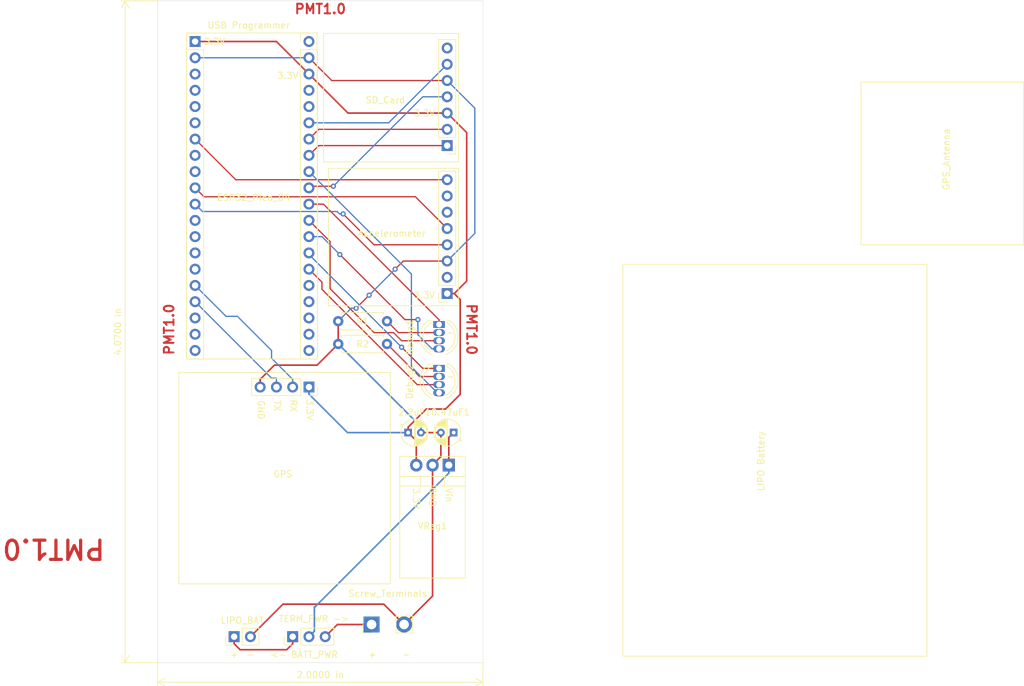
<source format=kicad_pcb>
(kicad_pcb (version 20171130) (host pcbnew "(5.1.5)-3")

  (general
    (thickness 1.6)
    (drawings 47)
    (tracks 141)
    (zones 0)
    (modules 18)
    (nets 23)
  )

  (page A4)
  (layers
    (0 F.Cu signal)
    (31 B.Cu signal)
    (32 B.Adhes user)
    (33 F.Adhes user)
    (34 B.Paste user)
    (35 F.Paste user)
    (36 B.SilkS user)
    (37 F.SilkS user)
    (38 B.Mask user)
    (39 F.Mask user)
    (40 Dwgs.User user)
    (41 Cmts.User user)
    (42 Eco1.User user)
    (43 Eco2.User user)
    (44 Edge.Cuts user)
    (45 Margin user)
    (46 B.CrtYd user)
    (47 F.CrtYd user)
    (48 B.Fab user)
    (49 F.Fab user hide)
  )

  (setup
    (last_trace_width 0.25)
    (user_trace_width 0.2)
    (trace_clearance 0.2)
    (zone_clearance 0.508)
    (zone_45_only no)
    (trace_min 0.2)
    (via_size 0.8)
    (via_drill 0.4)
    (via_min_size 0.4)
    (via_min_drill 0.3)
    (uvia_size 0.3)
    (uvia_drill 0.1)
    (uvias_allowed no)
    (uvia_min_size 0.2)
    (uvia_min_drill 0.1)
    (edge_width 0.05)
    (segment_width 0.2)
    (pcb_text_width 0.3)
    (pcb_text_size 1.5 1.5)
    (mod_edge_width 0.12)
    (mod_text_size 1 1)
    (mod_text_width 0.15)
    (pad_size 2.2 2.2)
    (pad_drill 2.2)
    (pad_to_mask_clearance 0.051)
    (solder_mask_min_width 0.25)
    (aux_axis_origin 109.22 55.88)
    (visible_elements 7FFFFFFF)
    (pcbplotparams
      (layerselection 0x010f0_ffffffff)
      (usegerberextensions true)
      (usegerberattributes false)
      (usegerberadvancedattributes false)
      (creategerberjobfile false)
      (excludeedgelayer true)
      (linewidth 0.100000)
      (plotframeref false)
      (viasonmask false)
      (mode 1)
      (useauxorigin false)
      (hpglpennumber 1)
      (hpglpenspeed 20)
      (hpglpendiameter 15.000000)
      (psnegative false)
      (psa4output false)
      (plotreference true)
      (plotvalue true)
      (plotinvisibletext false)
      (padsonsilk false)
      (subtractmaskfromsilk false)
      (outputformat 1)
      (mirror false)
      (drillshape 0)
      (scaleselection 1)
      (outputdirectory "Gerbers/"))
  )

  (net 0 "")
  (net 1 GND)
  (net 2 3.7-12Vin)
  (net 3 3.3V)
  (net 4 ACCEL_INT1)
  (net 5 ACCEL_SDA)
  (net 6 ACCEL_SCL)
  (net 7 SD_SCK)
  (net 8 SD_CS)
  (net 9 SD_DO)
  (net 10 SD_DI)
  (net 11 GPS_RX)
  (net 12 GPS_TX)
  (net 13 Blue1)
  (net 14 Green1)
  (net 15 Red1)
  (net 16 Blue2)
  (net 17 Green2)
  (net 18 Red2)
  (net 19 "Net-(Debug1-Pad2)")
  (net 20 "Net-(Debug2-Pad2)")
  (net 21 LIPO_PWR)
  (net 22 Screw_Term_PWR)

  (net_class Default "This is the default net class."
    (clearance 0.2)
    (trace_width 0.25)
    (via_dia 0.8)
    (via_drill 0.4)
    (uvia_dia 0.3)
    (uvia_drill 0.1)
    (add_net 3.3V)
    (add_net 3.7-12Vin)
    (add_net ACCEL_INT1)
    (add_net ACCEL_SCL)
    (add_net ACCEL_SDA)
    (add_net Blue1)
    (add_net Blue2)
    (add_net GND)
    (add_net GPS_RX)
    (add_net GPS_TX)
    (add_net Green1)
    (add_net Green2)
    (add_net LIPO_PWR)
    (add_net "Net-(Debug1-Pad2)")
    (add_net "Net-(Debug2-Pad2)")
    (add_net Red1)
    (add_net Red2)
    (add_net SD_CS)
    (add_net SD_DI)
    (add_net SD_DO)
    (add_net SD_SCK)
    (add_net Screw_Term_PWR)
  )

  (module MountingHole:MountingHole_2.2mm_M2 (layer F.Cu) (tedit 56D1B4CB) (tstamp 5E7D89BD)
    (at 125.73 141.478)
    (descr "Mounting Hole 2.2mm, no annular, M2")
    (tags "mounting hole 2.2mm no annular m2")
    (attr virtual)
    (fp_text reference REF** (at 0 -3.2) (layer F.SilkS) hide
      (effects (font (size 1 1) (thickness 0.15)))
    )
    (fp_text value MountingHole_2.2mm_M2 (at 0 3.2) (layer F.Fab)
      (effects (font (size 1 1) (thickness 0.15)))
    )
    (fp_text user %R (at 0.3 0) (layer F.Fab)
      (effects (font (size 1 1) (thickness 0.15)))
    )
    (fp_circle (center 0 0) (end 2.2 0) (layer Cmts.User) (width 0.15))
    (fp_circle (center 0 0) (end 2.45 0) (layer F.CrtYd) (width 0.05))
    (pad 1 np_thru_hole circle (at 0 0) (size 2.2 2.2) (drill 2.2) (layers *.Cu *.Mask))
  )

  (module MountingHole:MountingHole_2.2mm_M2 (layer F.Cu) (tedit 56D1B4CB) (tstamp 5E7D89AF)
    (at 171.45 141.478)
    (descr "Mounting Hole 2.2mm, no annular, M2")
    (tags "mounting hole 2.2mm no annular m2")
    (attr virtual)
    (fp_text reference REF** (at 0 -3.2) (layer F.SilkS) hide
      (effects (font (size 1 1) (thickness 0.15)))
    )
    (fp_text value MountingHole_2.2mm_M2 (at 0 3.2) (layer F.Fab)
      (effects (font (size 1 1) (thickness 0.15)))
    )
    (fp_circle (center 0 0) (end 2.45 0) (layer F.CrtYd) (width 0.05))
    (fp_circle (center 0 0) (end 2.2 0) (layer Cmts.User) (width 0.15))
    (fp_text user %R (at 0.3 0) (layer F.Fab)
      (effects (font (size 1 1) (thickness 0.15)))
    )
    (pad 1 np_thru_hole circle (at 0 0) (size 2.2 2.2) (drill 2.2) (layers *.Cu *.Mask))
  )

  (module MountingHole:MountingHole_2.2mm_M2 (layer F.Cu) (tedit 56D1B4CB) (tstamp 5E7D8937)
    (at 171.45 43.18)
    (descr "Mounting Hole 2.2mm, no annular, M2")
    (tags "mounting hole 2.2mm no annular m2")
    (attr virtual)
    (fp_text reference REF** (at 0 -3.2) (layer F.SilkS) hide
      (effects (font (size 1 1) (thickness 0.15)))
    )
    (fp_text value MountingHole_2.2mm_M2 (at 0 3.2) (layer F.Fab)
      (effects (font (size 1 1) (thickness 0.15)))
    )
    (fp_text user %R (at 0.3 0) (layer F.Fab)
      (effects (font (size 1 1) (thickness 0.15)))
    )
    (fp_circle (center 0 0) (end 2.2 0) (layer Cmts.User) (width 0.15))
    (fp_circle (center 0 0) (end 2.45 0) (layer F.CrtYd) (width 0.05))
    (pad 1 np_thru_hole circle (at 0 0) (size 2.2 2.2) (drill 2.2) (layers *.Cu *.Mask))
  )

  (module MountingHole:MountingHole_2.2mm_M2 (layer F.Cu) (tedit 56D1B4CB) (tstamp 5E7D8911)
    (at 125.73 43.18)
    (descr "Mounting Hole 2.2mm, no annular, M2")
    (tags "mounting hole 2.2mm no annular m2")
    (attr virtual)
    (fp_text reference REF** (at 0 -3.2) (layer F.SilkS) hide
      (effects (font (size 1 1) (thickness 0.15)))
    )
    (fp_text value MountingHole_2.2mm_M2 (at 0 3.2) (layer F.Fab)
      (effects (font (size 1 1) (thickness 0.15)))
    )
    (fp_circle (center 0 0) (end 2.45 0) (layer F.CrtYd) (width 0.05))
    (fp_circle (center 0 0) (end 2.2 0) (layer Cmts.User) (width 0.15))
    (fp_text user %R (at 0.3 0) (layer F.Fab)
      (effects (font (size 1 1) (thickness 0.15)))
    )
    (pad 1 np_thru_hole circle (at 0 0) (size 2.2 2.2) (drill 2.2) (layers *.Cu *.Mask))
  )

  (module Connector_PinHeader_2.54mm:PinHeader_1x03_P2.54mm_Vertical (layer F.Cu) (tedit 59FED5CC) (tstamp 5E7D32A6)
    (at 144.272 139.954 90)
    (descr "Through hole straight pin header, 1x03, 2.54mm pitch, single row")
    (tags "Through hole pin header THT 1x03 2.54mm single row")
    (path /5E7E0CE9)
    (fp_text reference Slide_Switch (at 6.35 2.54 180) (layer F.SilkS) hide
      (effects (font (size 1 1) (thickness 0.15)))
    )
    (fp_text value Slide_Switch (at 0 7.41 90) (layer F.Fab)
      (effects (font (size 1 1) (thickness 0.15)))
    )
    (fp_text user %R (at 0 2.54) (layer F.Fab)
      (effects (font (size 1 1) (thickness 0.15)))
    )
    (fp_line (start 1.8 -1.8) (end -1.8 -1.8) (layer F.CrtYd) (width 0.05))
    (fp_line (start 1.8 6.85) (end 1.8 -1.8) (layer F.CrtYd) (width 0.05))
    (fp_line (start -1.8 6.85) (end 1.8 6.85) (layer F.CrtYd) (width 0.05))
    (fp_line (start -1.8 -1.8) (end -1.8 6.85) (layer F.CrtYd) (width 0.05))
    (fp_line (start -1.33 -1.33) (end 0 -1.33) (layer F.SilkS) (width 0.12))
    (fp_line (start -1.33 0) (end -1.33 -1.33) (layer F.SilkS) (width 0.12))
    (fp_line (start -1.33 1.27) (end 1.33 1.27) (layer F.SilkS) (width 0.12))
    (fp_line (start 1.33 1.27) (end 1.33 6.41) (layer F.SilkS) (width 0.12))
    (fp_line (start -1.33 1.27) (end -1.33 6.41) (layer F.SilkS) (width 0.12))
    (fp_line (start -1.33 6.41) (end 1.33 6.41) (layer F.SilkS) (width 0.12))
    (fp_line (start -1.27 -0.635) (end -0.635 -1.27) (layer F.Fab) (width 0.1))
    (fp_line (start -1.27 6.35) (end -1.27 -0.635) (layer F.Fab) (width 0.1))
    (fp_line (start 1.27 6.35) (end -1.27 6.35) (layer F.Fab) (width 0.1))
    (fp_line (start 1.27 -1.27) (end 1.27 6.35) (layer F.Fab) (width 0.1))
    (fp_line (start -0.635 -1.27) (end 1.27 -1.27) (layer F.Fab) (width 0.1))
    (pad 3 thru_hole oval (at 0 5.08 90) (size 1.7 1.7) (drill 1) (layers *.Cu *.Mask)
      (net 22 Screw_Term_PWR))
    (pad 2 thru_hole oval (at 0 2.54 90) (size 1.7 1.7) (drill 1) (layers *.Cu *.Mask)
      (net 2 3.7-12Vin))
    (pad 1 thru_hole rect (at 0 0 90) (size 1.7 1.7) (drill 1) (layers *.Cu *.Mask)
      (net 21 LIPO_PWR))
    (model ${KISYS3DMOD}/Connector_PinHeader_2.54mm.3dshapes/PinHeader_1x03_P2.54mm_Vertical.wrl
      (at (xyz 0 0 0))
      (scale (xyz 1 1 1))
      (rotate (xyz 0 0 0))
    )
  )

  (module PMT_PCB:GPS (layer F.Cu) (tedit 5E59DBC9) (tstamp 5E7A75FA)
    (at 143.002 115.316 270)
    (descr "Through hole straight socket strip, 1x04, 2.54mm pitch, single row (from Kicad 4.0.7), script generated")
    (tags "Through hole socket strip THT 1x04 2.54mm single row")
    (path /5E5FA209)
    (fp_text reference GPS (at -0.762 0.254 180) (layer F.SilkS)
      (effects (font (size 1 1) (thickness 0.15)))
    )
    (fp_text value Conn_01x04 (at 0.127 14.605 90) (layer F.Fab)
      (effects (font (size 1 1) (thickness 0.15)))
    )
    (fp_line (start 16.383 -16.51) (end -16.637 -16.51) (layer F.SilkS) (width 0.12))
    (fp_line (start -16.637 -16.51) (end -16.637 16.51) (layer F.SilkS) (width 0.12))
    (fp_line (start -15.621 -5.08) (end -13.716 -5.08) (layer F.Fab) (width 0.1))
    (fp_line (start -13.716 -5.08) (end -13.081 -4.445) (layer F.Fab) (width 0.1))
    (fp_line (start -13.081 -4.445) (end -13.081 5.08) (layer F.Fab) (width 0.1))
    (fp_line (start -13.081 5.08) (end -15.621 5.08) (layer F.Fab) (width 0.1))
    (fp_line (start -15.621 5.08) (end -15.621 -5.08) (layer F.Fab) (width 0.1))
    (fp_line (start -15.681 -2.54) (end -13.021 -2.54) (layer F.SilkS) (width 0.12))
    (fp_line (start -15.681 -2.54) (end -15.681 5.14) (layer F.SilkS) (width 0.12))
    (fp_line (start -15.681 5.14) (end -13.021 5.14) (layer F.SilkS) (width 0.12))
    (fp_line (start -13.021 -2.54) (end -13.021 5.14) (layer F.SilkS) (width 0.12))
    (fp_line (start -13.021 -5.14) (end -13.021 -3.81) (layer F.SilkS) (width 0.12))
    (fp_line (start -14.351 -5.14) (end -13.021 -5.14) (layer F.SilkS) (width 0.12))
    (fp_line (start -16.151 -5.61) (end -12.601 -5.61) (layer F.CrtYd) (width 0.05))
    (fp_line (start -12.601 -5.61) (end -12.601 5.59) (layer F.CrtYd) (width 0.05))
    (fp_line (start -13.109 16.512) (end -16.659 16.512) (layer F.CrtYd) (width 0.05))
    (fp_line (start -16.659 16.512) (end -16.659 5.312) (layer F.CrtYd) (width 0.05))
    (fp_text user %R (at -14.351 0) (layer F.Fab)
      (effects (font (size 1 1) (thickness 0.15)))
    )
    (fp_line (start -16.637 16.51) (end 16.383 16.51) (layer F.SilkS) (width 0.12))
    (fp_line (start 16.383 16.51) (end 16.383 -16.51) (layer F.SilkS) (width 0.12))
    (pad 1 thru_hole rect (at -14.351 -3.81 270) (size 1.7 1.7) (drill 1) (layers *.Cu *.Mask)
      (net 3 3.3V))
    (pad 2 thru_hole oval (at -14.351 -1.27 270) (size 1.7 1.7) (drill 1) (layers *.Cu *.Mask)
      (net 11 GPS_RX))
    (pad 3 thru_hole oval (at -14.351 1.27 270) (size 1.7 1.7) (drill 1) (layers *.Cu *.Mask)
      (net 12 GPS_TX))
    (pad 4 thru_hole oval (at -14.351 3.81 270) (size 1.7 1.7) (drill 1) (layers *.Cu *.Mask)
      (net 1 GND))
    (model ${KISYS3DMOD}/Connector_PinSocket_2.54mm.3dshapes/PinSocket_1x04_P2.54mm_Vertical.wrl
      (at (xyz 0 0 0))
      (scale (xyz 1 1 1))
      (rotate (xyz 0 0 0))
    )
  )

  (module PMT_PCB:SD_Card_Breakout (layer F.Cu) (tedit 5E59D04C) (tstamp 5E58AE10)
    (at 168.402 63.246 180)
    (descr "Through hole straight pin header, 1x07, 2.54mm pitch, single row")
    (tags "Through hole pin header THT 1x07 2.54mm single row")
    (path /5E57A931)
    (fp_text reference SD_Card (at 9.652 7.112) (layer F.SilkS)
      (effects (font (size 1 1) (thickness 0.15)))
    )
    (fp_text value Conn_01x07 (at 10.16 15.367) (layer F.Fab)
      (effects (font (size 1 1) (thickness 0.15)))
    )
    (fp_line (start -0.635 -1.27) (end 1.27 -1.27) (layer F.Fab) (width 0.1))
    (fp_line (start 1.27 -1.27) (end 1.27 16.51) (layer F.Fab) (width 0.1))
    (fp_line (start 1.27 16.51) (end -1.27 16.51) (layer F.Fab) (width 0.1))
    (fp_line (start -1.27 16.51) (end -1.27 -0.635) (layer F.Fab) (width 0.1))
    (fp_line (start -1.27 -0.635) (end -0.635 -1.27) (layer F.Fab) (width 0.1))
    (fp_line (start -1.33 16.57) (end 1.33 16.57) (layer F.SilkS) (width 0.12))
    (fp_line (start -1.33 1.27) (end -1.33 16.57) (layer F.SilkS) (width 0.12))
    (fp_line (start 1.33 1.27) (end 1.33 16.57) (layer F.SilkS) (width 0.12))
    (fp_line (start -1.33 1.27) (end 1.33 1.27) (layer F.SilkS) (width 0.12))
    (fp_line (start -1.33 0) (end -1.33 -1.33) (layer F.SilkS) (width 0.12))
    (fp_line (start -1.33 -1.33) (end 0 -1.33) (layer F.SilkS) (width 0.12))
    (fp_line (start -1.8 -1.8) (end -1.8 17.05) (layer F.CrtYd) (width 0.05))
    (fp_line (start -1.8 17.05) (end 1.8 17.05) (layer F.CrtYd) (width 0.05))
    (fp_line (start 1.8 17.05) (end 1.8 -1.8) (layer F.CrtYd) (width 0.05))
    (fp_line (start 1.8 -1.8) (end -1.8 -1.8) (layer F.CrtYd) (width 0.05))
    (fp_text user %R (at 2.921 7.62 90) (layer F.Fab)
      (effects (font (size 1 1) (thickness 0.15)))
    )
    (fp_line (start -1.778 17.526) (end 19.304 17.526) (layer F.SilkS) (width 0.12))
    (fp_line (start 19.304 17.526) (end 19.304 -2.54) (layer F.SilkS) (width 0.12))
    (fp_line (start -1.778 -2.54) (end -1.778 17.526) (layer F.SilkS) (width 0.12))
    (fp_line (start 19.304 -2.54) (end -1.778 -2.54) (layer F.SilkS) (width 0.12))
    (pad 1 thru_hole rect (at 0 0 180) (size 1.7 1.7) (drill 1) (layers *.Cu *.Mask)
      (net 8 SD_CS))
    (pad 2 thru_hole oval (at 0 2.54 180) (size 1.7 1.7) (drill 1) (layers *.Cu *.Mask)
      (net 10 SD_DI))
    (pad 3 thru_hole oval (at 0 5.08 180) (size 1.7 1.7) (drill 1) (layers *.Cu *.Mask)
      (net 3 3.3V))
    (pad 4 thru_hole oval (at 0 7.62 180) (size 1.7 1.7) (drill 1) (layers *.Cu *.Mask)
      (net 7 SD_SCK))
    (pad 5 thru_hole oval (at 0 10.16 180) (size 1.7 1.7) (drill 1) (layers *.Cu *.Mask)
      (net 1 GND))
    (pad 6 thru_hole oval (at 0 12.7 180) (size 1.7 1.7) (drill 1) (layers *.Cu *.Mask)
      (net 9 SD_DO))
    (pad 7 thru_hole oval (at 0 15.24 180) (size 1.7 1.7) (drill 1) (layers *.Cu *.Mask))
    (model ${KISYS3DMOD}/Connector_PinHeader_2.54mm.3dshapes/PinHeader_1x07_P2.54mm_Vertical.wrl
      (at (xyz 0 0 0))
      (scale (xyz 1 1 1))
      (rotate (xyz 0 0 0))
    )
  )

  (module Capacitor_THT:CP_Radial_D4.0mm_P2.00mm (layer F.Cu) (tedit 5AE50EF0) (tstamp 5E58AD63)
    (at 162.306 108.077)
    (descr "CP, Radial series, Radial, pin pitch=2.00mm, , diameter=4mm, Electrolytic Capacitor")
    (tags "CP Radial series Radial pin pitch 2.00mm  diameter 4mm Electrolytic Capacitor")
    (path /5E599DA7)
    (fp_text reference 2.2uF1 (at 1.016 -3.175 180) (layer F.SilkS)
      (effects (font (size 1 1) (thickness 0.15)))
    )
    (fp_text value Capacitor (at 1 -1.27) (layer F.Fab)
      (effects (font (size 1 1) (thickness 0.15)))
    )
    (fp_circle (center 1 0) (end 3 0) (layer F.Fab) (width 0.1))
    (fp_circle (center 1 0) (end 3.12 0) (layer F.SilkS) (width 0.12))
    (fp_circle (center 1 0) (end 3.25 0) (layer F.CrtYd) (width 0.05))
    (fp_line (start -0.702554 -0.8675) (end -0.302554 -0.8675) (layer F.Fab) (width 0.1))
    (fp_line (start -0.502554 -1.0675) (end -0.502554 -0.6675) (layer F.Fab) (width 0.1))
    (fp_line (start 1 -2.08) (end 1 2.08) (layer F.SilkS) (width 0.12))
    (fp_line (start 1.04 -2.08) (end 1.04 2.08) (layer F.SilkS) (width 0.12))
    (fp_line (start 1.08 -2.079) (end 1.08 2.079) (layer F.SilkS) (width 0.12))
    (fp_line (start 1.12 -2.077) (end 1.12 2.077) (layer F.SilkS) (width 0.12))
    (fp_line (start 1.16 -2.074) (end 1.16 2.074) (layer F.SilkS) (width 0.12))
    (fp_line (start 1.2 -2.071) (end 1.2 -0.84) (layer F.SilkS) (width 0.12))
    (fp_line (start 1.2 0.84) (end 1.2 2.071) (layer F.SilkS) (width 0.12))
    (fp_line (start 1.24 -2.067) (end 1.24 -0.84) (layer F.SilkS) (width 0.12))
    (fp_line (start 1.24 0.84) (end 1.24 2.067) (layer F.SilkS) (width 0.12))
    (fp_line (start 1.28 -2.062) (end 1.28 -0.84) (layer F.SilkS) (width 0.12))
    (fp_line (start 1.28 0.84) (end 1.28 2.062) (layer F.SilkS) (width 0.12))
    (fp_line (start 1.32 -2.056) (end 1.32 -0.84) (layer F.SilkS) (width 0.12))
    (fp_line (start 1.32 0.84) (end 1.32 2.056) (layer F.SilkS) (width 0.12))
    (fp_line (start 1.36 -2.05) (end 1.36 -0.84) (layer F.SilkS) (width 0.12))
    (fp_line (start 1.36 0.84) (end 1.36 2.05) (layer F.SilkS) (width 0.12))
    (fp_line (start 1.4 -2.042) (end 1.4 -0.84) (layer F.SilkS) (width 0.12))
    (fp_line (start 1.4 0.84) (end 1.4 2.042) (layer F.SilkS) (width 0.12))
    (fp_line (start 1.44 -2.034) (end 1.44 -0.84) (layer F.SilkS) (width 0.12))
    (fp_line (start 1.44 0.84) (end 1.44 2.034) (layer F.SilkS) (width 0.12))
    (fp_line (start 1.48 -2.025) (end 1.48 -0.84) (layer F.SilkS) (width 0.12))
    (fp_line (start 1.48 0.84) (end 1.48 2.025) (layer F.SilkS) (width 0.12))
    (fp_line (start 1.52 -2.016) (end 1.52 -0.84) (layer F.SilkS) (width 0.12))
    (fp_line (start 1.52 0.84) (end 1.52 2.016) (layer F.SilkS) (width 0.12))
    (fp_line (start 1.56 -2.005) (end 1.56 -0.84) (layer F.SilkS) (width 0.12))
    (fp_line (start 1.56 0.84) (end 1.56 2.005) (layer F.SilkS) (width 0.12))
    (fp_line (start 1.6 -1.994) (end 1.6 -0.84) (layer F.SilkS) (width 0.12))
    (fp_line (start 1.6 0.84) (end 1.6 1.994) (layer F.SilkS) (width 0.12))
    (fp_line (start 1.64 -1.982) (end 1.64 -0.84) (layer F.SilkS) (width 0.12))
    (fp_line (start 1.64 0.84) (end 1.64 1.982) (layer F.SilkS) (width 0.12))
    (fp_line (start 1.68 -1.968) (end 1.68 -0.84) (layer F.SilkS) (width 0.12))
    (fp_line (start 1.68 0.84) (end 1.68 1.968) (layer F.SilkS) (width 0.12))
    (fp_line (start 1.721 -1.954) (end 1.721 -0.84) (layer F.SilkS) (width 0.12))
    (fp_line (start 1.721 0.84) (end 1.721 1.954) (layer F.SilkS) (width 0.12))
    (fp_line (start 1.761 -1.94) (end 1.761 -0.84) (layer F.SilkS) (width 0.12))
    (fp_line (start 1.761 0.84) (end 1.761 1.94) (layer F.SilkS) (width 0.12))
    (fp_line (start 1.801 -1.924) (end 1.801 -0.84) (layer F.SilkS) (width 0.12))
    (fp_line (start 1.801 0.84) (end 1.801 1.924) (layer F.SilkS) (width 0.12))
    (fp_line (start 1.841 -1.907) (end 1.841 -0.84) (layer F.SilkS) (width 0.12))
    (fp_line (start 1.841 0.84) (end 1.841 1.907) (layer F.SilkS) (width 0.12))
    (fp_line (start 1.881 -1.889) (end 1.881 -0.84) (layer F.SilkS) (width 0.12))
    (fp_line (start 1.881 0.84) (end 1.881 1.889) (layer F.SilkS) (width 0.12))
    (fp_line (start 1.921 -1.87) (end 1.921 -0.84) (layer F.SilkS) (width 0.12))
    (fp_line (start 1.921 0.84) (end 1.921 1.87) (layer F.SilkS) (width 0.12))
    (fp_line (start 1.961 -1.851) (end 1.961 -0.84) (layer F.SilkS) (width 0.12))
    (fp_line (start 1.961 0.84) (end 1.961 1.851) (layer F.SilkS) (width 0.12))
    (fp_line (start 2.001 -1.83) (end 2.001 -0.84) (layer F.SilkS) (width 0.12))
    (fp_line (start 2.001 0.84) (end 2.001 1.83) (layer F.SilkS) (width 0.12))
    (fp_line (start 2.041 -1.808) (end 2.041 -0.84) (layer F.SilkS) (width 0.12))
    (fp_line (start 2.041 0.84) (end 2.041 1.808) (layer F.SilkS) (width 0.12))
    (fp_line (start 2.081 -1.785) (end 2.081 -0.84) (layer F.SilkS) (width 0.12))
    (fp_line (start 2.081 0.84) (end 2.081 1.785) (layer F.SilkS) (width 0.12))
    (fp_line (start 2.121 -1.76) (end 2.121 -0.84) (layer F.SilkS) (width 0.12))
    (fp_line (start 2.121 0.84) (end 2.121 1.76) (layer F.SilkS) (width 0.12))
    (fp_line (start 2.161 -1.735) (end 2.161 -0.84) (layer F.SilkS) (width 0.12))
    (fp_line (start 2.161 0.84) (end 2.161 1.735) (layer F.SilkS) (width 0.12))
    (fp_line (start 2.201 -1.708) (end 2.201 -0.84) (layer F.SilkS) (width 0.12))
    (fp_line (start 2.201 0.84) (end 2.201 1.708) (layer F.SilkS) (width 0.12))
    (fp_line (start 2.241 -1.68) (end 2.241 -0.84) (layer F.SilkS) (width 0.12))
    (fp_line (start 2.241 0.84) (end 2.241 1.68) (layer F.SilkS) (width 0.12))
    (fp_line (start 2.281 -1.65) (end 2.281 -0.84) (layer F.SilkS) (width 0.12))
    (fp_line (start 2.281 0.84) (end 2.281 1.65) (layer F.SilkS) (width 0.12))
    (fp_line (start 2.321 -1.619) (end 2.321 -0.84) (layer F.SilkS) (width 0.12))
    (fp_line (start 2.321 0.84) (end 2.321 1.619) (layer F.SilkS) (width 0.12))
    (fp_line (start 2.361 -1.587) (end 2.361 -0.84) (layer F.SilkS) (width 0.12))
    (fp_line (start 2.361 0.84) (end 2.361 1.587) (layer F.SilkS) (width 0.12))
    (fp_line (start 2.401 -1.552) (end 2.401 -0.84) (layer F.SilkS) (width 0.12))
    (fp_line (start 2.401 0.84) (end 2.401 1.552) (layer F.SilkS) (width 0.12))
    (fp_line (start 2.441 -1.516) (end 2.441 -0.84) (layer F.SilkS) (width 0.12))
    (fp_line (start 2.441 0.84) (end 2.441 1.516) (layer F.SilkS) (width 0.12))
    (fp_line (start 2.481 -1.478) (end 2.481 -0.84) (layer F.SilkS) (width 0.12))
    (fp_line (start 2.481 0.84) (end 2.481 1.478) (layer F.SilkS) (width 0.12))
    (fp_line (start 2.521 -1.438) (end 2.521 -0.84) (layer F.SilkS) (width 0.12))
    (fp_line (start 2.521 0.84) (end 2.521 1.438) (layer F.SilkS) (width 0.12))
    (fp_line (start 2.561 -1.396) (end 2.561 -0.84) (layer F.SilkS) (width 0.12))
    (fp_line (start 2.561 0.84) (end 2.561 1.396) (layer F.SilkS) (width 0.12))
    (fp_line (start 2.601 -1.351) (end 2.601 -0.84) (layer F.SilkS) (width 0.12))
    (fp_line (start 2.601 0.84) (end 2.601 1.351) (layer F.SilkS) (width 0.12))
    (fp_line (start 2.641 -1.304) (end 2.641 -0.84) (layer F.SilkS) (width 0.12))
    (fp_line (start 2.641 0.84) (end 2.641 1.304) (layer F.SilkS) (width 0.12))
    (fp_line (start 2.681 -1.254) (end 2.681 -0.84) (layer F.SilkS) (width 0.12))
    (fp_line (start 2.681 0.84) (end 2.681 1.254) (layer F.SilkS) (width 0.12))
    (fp_line (start 2.721 -1.2) (end 2.721 -0.84) (layer F.SilkS) (width 0.12))
    (fp_line (start 2.721 0.84) (end 2.721 1.2) (layer F.SilkS) (width 0.12))
    (fp_line (start 2.761 -1.142) (end 2.761 -0.84) (layer F.SilkS) (width 0.12))
    (fp_line (start 2.761 0.84) (end 2.761 1.142) (layer F.SilkS) (width 0.12))
    (fp_line (start 2.801 -1.08) (end 2.801 -0.84) (layer F.SilkS) (width 0.12))
    (fp_line (start 2.801 0.84) (end 2.801 1.08) (layer F.SilkS) (width 0.12))
    (fp_line (start 2.841 -1.013) (end 2.841 1.013) (layer F.SilkS) (width 0.12))
    (fp_line (start 2.881 -0.94) (end 2.881 0.94) (layer F.SilkS) (width 0.12))
    (fp_line (start 2.921 -0.859) (end 2.921 0.859) (layer F.SilkS) (width 0.12))
    (fp_line (start 2.961 -0.768) (end 2.961 0.768) (layer F.SilkS) (width 0.12))
    (fp_line (start 3.001 -0.664) (end 3.001 0.664) (layer F.SilkS) (width 0.12))
    (fp_line (start 3.041 -0.537) (end 3.041 0.537) (layer F.SilkS) (width 0.12))
    (fp_line (start 3.081 -0.37) (end 3.081 0.37) (layer F.SilkS) (width 0.12))
    (fp_line (start -1.269801 -1.195) (end -0.869801 -1.195) (layer F.SilkS) (width 0.12))
    (fp_line (start -1.069801 -1.395) (end -1.069801 -0.995) (layer F.SilkS) (width 0.12))
    (pad 1 thru_hole rect (at 0 0) (size 1.2 1.2) (drill 0.6) (layers *.Cu *.Mask)
      (net 3 3.3V))
    (pad 2 thru_hole circle (at 2 0) (size 1.2 1.2) (drill 0.6) (layers *.Cu *.Mask)
      (net 1 GND))
    (model ${KISYS3DMOD}/Capacitor_THT.3dshapes/CP_Radial_D4.0mm_P2.00mm.wrl
      (at (xyz 0 0 0))
      (scale (xyz 1 1 1))
      (rotate (xyz 0 0 0))
    )
  )

  (module Resistor_THT:R_Axial_DIN0207_L6.3mm_D2.5mm_P7.62mm_Horizontal (layer F.Cu) (tedit 5AE5139B) (tstamp 5E79F418)
    (at 151.384 94.234)
    (descr "Resistor, Axial_DIN0207 series, Axial, Horizontal, pin pitch=7.62mm, 0.25W = 1/4W, length*diameter=6.3*2.5mm^2, http://cdn-reichelt.de/documents/datenblatt/B400/1_4W%23YAG.pdf")
    (tags "Resistor Axial_DIN0207 series Axial Horizontal pin pitch 7.62mm 0.25W = 1/4W length 6.3mm diameter 2.5mm")
    (path /5E7B4702)
    (fp_text reference R2 (at 3.81 0) (layer F.SilkS)
      (effects (font (size 1 1) (thickness 0.15)))
    )
    (fp_text value "100 ohm" (at 3.81 2.37) (layer F.Fab)
      (effects (font (size 1 1) (thickness 0.15)))
    )
    (fp_text user %R (at 3.81 0) (layer F.Fab)
      (effects (font (size 1 1) (thickness 0.15)))
    )
    (fp_line (start 8.67 -1.5) (end -1.05 -1.5) (layer F.CrtYd) (width 0.05))
    (fp_line (start 8.67 1.5) (end 8.67 -1.5) (layer F.CrtYd) (width 0.05))
    (fp_line (start -1.05 1.5) (end 8.67 1.5) (layer F.CrtYd) (width 0.05))
    (fp_line (start -1.05 -1.5) (end -1.05 1.5) (layer F.CrtYd) (width 0.05))
    (fp_line (start 7.08 1.37) (end 7.08 1.04) (layer F.SilkS) (width 0.12))
    (fp_line (start 0.54 1.37) (end 7.08 1.37) (layer F.SilkS) (width 0.12))
    (fp_line (start 0.54 1.04) (end 0.54 1.37) (layer F.SilkS) (width 0.12))
    (fp_line (start 7.08 -1.37) (end 7.08 -1.04) (layer F.SilkS) (width 0.12))
    (fp_line (start 0.54 -1.37) (end 7.08 -1.37) (layer F.SilkS) (width 0.12))
    (fp_line (start 0.54 -1.04) (end 0.54 -1.37) (layer F.SilkS) (width 0.12))
    (fp_line (start 7.62 0) (end 6.96 0) (layer F.Fab) (width 0.1))
    (fp_line (start 0 0) (end 0.66 0) (layer F.Fab) (width 0.1))
    (fp_line (start 6.96 -1.25) (end 0.66 -1.25) (layer F.Fab) (width 0.1))
    (fp_line (start 6.96 1.25) (end 6.96 -1.25) (layer F.Fab) (width 0.1))
    (fp_line (start 0.66 1.25) (end 6.96 1.25) (layer F.Fab) (width 0.1))
    (fp_line (start 0.66 -1.25) (end 0.66 1.25) (layer F.Fab) (width 0.1))
    (pad 2 thru_hole oval (at 7.62 0) (size 1.6 1.6) (drill 0.8) (layers *.Cu *.Mask)
      (net 20 "Net-(Debug2-Pad2)"))
    (pad 1 thru_hole circle (at 0 0) (size 1.6 1.6) (drill 0.8) (layers *.Cu *.Mask)
      (net 1 GND))
    (model ${KISYS3DMOD}/Resistor_THT.3dshapes/R_Axial_DIN0207_L6.3mm_D2.5mm_P7.62mm_Horizontal.wrl
      (at (xyz 0 0 0))
      (scale (xyz 1 1 1))
      (rotate (xyz 0 0 0))
    )
  )

  (module Resistor_THT:R_Axial_DIN0207_L6.3mm_D2.5mm_P7.62mm_Horizontal (layer F.Cu) (tedit 5AE5139B) (tstamp 5E79F401)
    (at 151.384 90.678)
    (descr "Resistor, Axial_DIN0207 series, Axial, Horizontal, pin pitch=7.62mm, 0.25W = 1/4W, length*diameter=6.3*2.5mm^2, http://cdn-reichelt.de/documents/datenblatt/B400/1_4W%23YAG.pdf")
    (tags "Resistor Axial_DIN0207 series Axial Horizontal pin pitch 7.62mm 0.25W = 1/4W length 6.3mm diameter 2.5mm")
    (path /5E7B3BB6)
    (fp_text reference R1 (at 3.81 0) (layer F.SilkS)
      (effects (font (size 1 1) (thickness 0.15)))
    )
    (fp_text value "100 ohm" (at 3.81 2.37) (layer F.Fab)
      (effects (font (size 1 1) (thickness 0.15)))
    )
    (fp_text user %R (at 3.81 0) (layer F.Fab)
      (effects (font (size 1 1) (thickness 0.15)))
    )
    (fp_line (start 8.67 -1.5) (end -1.05 -1.5) (layer F.CrtYd) (width 0.05))
    (fp_line (start 8.67 1.5) (end 8.67 -1.5) (layer F.CrtYd) (width 0.05))
    (fp_line (start -1.05 1.5) (end 8.67 1.5) (layer F.CrtYd) (width 0.05))
    (fp_line (start -1.05 -1.5) (end -1.05 1.5) (layer F.CrtYd) (width 0.05))
    (fp_line (start 7.08 1.37) (end 7.08 1.04) (layer F.SilkS) (width 0.12))
    (fp_line (start 0.54 1.37) (end 7.08 1.37) (layer F.SilkS) (width 0.12))
    (fp_line (start 0.54 1.04) (end 0.54 1.37) (layer F.SilkS) (width 0.12))
    (fp_line (start 7.08 -1.37) (end 7.08 -1.04) (layer F.SilkS) (width 0.12))
    (fp_line (start 0.54 -1.37) (end 7.08 -1.37) (layer F.SilkS) (width 0.12))
    (fp_line (start 0.54 -1.04) (end 0.54 -1.37) (layer F.SilkS) (width 0.12))
    (fp_line (start 7.62 0) (end 6.96 0) (layer F.Fab) (width 0.1))
    (fp_line (start 0 0) (end 0.66 0) (layer F.Fab) (width 0.1))
    (fp_line (start 6.96 -1.25) (end 0.66 -1.25) (layer F.Fab) (width 0.1))
    (fp_line (start 6.96 1.25) (end 6.96 -1.25) (layer F.Fab) (width 0.1))
    (fp_line (start 0.66 1.25) (end 6.96 1.25) (layer F.Fab) (width 0.1))
    (fp_line (start 0.66 -1.25) (end 0.66 1.25) (layer F.Fab) (width 0.1))
    (pad 2 thru_hole oval (at 7.62 0) (size 1.6 1.6) (drill 0.8) (layers *.Cu *.Mask)
      (net 19 "Net-(Debug1-Pad2)"))
    (pad 1 thru_hole circle (at 0 0) (size 1.6 1.6) (drill 0.8) (layers *.Cu *.Mask)
      (net 1 GND))
    (model ${KISYS3DMOD}/Resistor_THT.3dshapes/R_Axial_DIN0207_L6.3mm_D2.5mm_P7.62mm_Horizontal.wrl
      (at (xyz 0 0 0))
      (scale (xyz 1 1 1))
      (rotate (xyz 0 0 0))
    )
  )

  (module LED_THT:LED_D5.0mm-4_RGB (layer F.Cu) (tedit 5B74EEBE) (tstamp 5E79F36F)
    (at 167.132 98.044 270)
    (descr "LED, diameter 5.0mm, 2 pins, diameter 5.0mm, 3 pins, diameter 5.0mm, 4 pins, http://www.kingbright.com/attachments/file/psearch/000/00/00/L-154A4SUREQBFZGEW(Ver.9A).pdf")
    (tags "LED diameter 5.0mm 2 pins diameter 5.0mm 3 pins diameter 5.0mm 4 pins RGB RGBLED")
    (path /5E7E1917)
    (fp_text reference Debug2 (at 2.032 4.572 90) (layer F.SilkS)
      (effects (font (size 1 1) (thickness 0.15)))
    )
    (fp_text value LED_RGB (at 1.905 3.96 90) (layer F.Fab)
      (effects (font (size 1 1) (thickness 0.15)))
    )
    (fp_text user %R (at 1.905 -3.96 90) (layer F.Fab)
      (effects (font (size 1 1) (thickness 0.15)))
    )
    (fp_line (start 5.15 -3.25) (end -1.35 -3.25) (layer F.CrtYd) (width 0.05))
    (fp_line (start 5.15 3.25) (end 5.15 -3.25) (layer F.CrtYd) (width 0.05))
    (fp_line (start -1.35 3.25) (end 5.15 3.25) (layer F.CrtYd) (width 0.05))
    (fp_line (start -1.35 -3.25) (end -1.35 3.25) (layer F.CrtYd) (width 0.05))
    (fp_line (start -0.655 1.08) (end -0.655 1.545) (layer F.SilkS) (width 0.12))
    (fp_line (start -0.655 -1.545) (end -0.655 -1.08) (layer F.SilkS) (width 0.12))
    (fp_line (start -0.595 -1.469694) (end -0.595 1.469694) (layer F.Fab) (width 0.1))
    (fp_circle (center 1.905 0) (end 4.405 0) (layer F.Fab) (width 0.1))
    (fp_arc (start 1.905 0) (end -0.349684 1.08) (angle -128.8) (layer F.SilkS) (width 0.12))
    (fp_arc (start 1.905 0) (end -0.349684 -1.08) (angle 128.8) (layer F.SilkS) (width 0.12))
    (fp_arc (start 1.905 0) (end -0.655 1.54483) (angle -127.7) (layer F.SilkS) (width 0.12))
    (fp_arc (start 1.905 0) (end -0.655 -1.54483) (angle 127.7) (layer F.SilkS) (width 0.12))
    (fp_arc (start 1.905 0) (end -0.595 -1.469694) (angle 299.1) (layer F.Fab) (width 0.1))
    (pad 4 thru_hole oval (at 3.81 0 270) (size 1.07 1.8) (drill 0.9) (layers *.Cu *.Mask)
      (net 16 Blue2))
    (pad 3 thru_hole oval (at 2.54 0 270) (size 1.07 1.8) (drill 0.9) (layers *.Cu *.Mask)
      (net 17 Green2))
    (pad 2 thru_hole oval (at 1.27 0 270) (size 1.07 1.8) (drill 0.9) (layers *.Cu *.Mask)
      (net 20 "Net-(Debug2-Pad2)"))
    (pad 1 thru_hole rect (at 0 0 270) (size 1.07 1.8) (drill 0.9) (layers *.Cu *.Mask)
      (net 18 Red2))
    (model ${KISYS3DMOD}/LED_THT.3dshapes/LED_D5.0mm-4_RGB.wrl
      (at (xyz 0 0 0))
      (scale (xyz 1 1 1))
      (rotate (xyz 0 0 0))
    )
  )

  (module LED_THT:LED_D5.0mm-4_RGB (layer F.Cu) (tedit 5B74EEBE) (tstamp 5E79F359)
    (at 167.132 91.186 270)
    (descr "LED, diameter 5.0mm, 2 pins, diameter 5.0mm, 3 pins, diameter 5.0mm, 4 pins, http://www.kingbright.com/attachments/file/psearch/000/00/00/L-154A4SUREQBFZGEW(Ver.9A).pdf")
    (tags "LED diameter 5.0mm 2 pins diameter 5.0mm 3 pins diameter 5.0mm 4 pins RGB RGBLED")
    (path /5E7DF5FA)
    (fp_text reference Debug1 (at 2.032 4.572 90) (layer F.SilkS)
      (effects (font (size 1 1) (thickness 0.15)))
    )
    (fp_text value LED_RGB (at 1.905 3.96 90) (layer F.Fab)
      (effects (font (size 1 1) (thickness 0.15)))
    )
    (fp_text user %R (at 1.905 -3.96 90) (layer F.Fab)
      (effects (font (size 1 1) (thickness 0.15)))
    )
    (fp_line (start 5.15 -3.25) (end -1.35 -3.25) (layer F.CrtYd) (width 0.05))
    (fp_line (start 5.15 3.25) (end 5.15 -3.25) (layer F.CrtYd) (width 0.05))
    (fp_line (start -1.35 3.25) (end 5.15 3.25) (layer F.CrtYd) (width 0.05))
    (fp_line (start -1.35 -3.25) (end -1.35 3.25) (layer F.CrtYd) (width 0.05))
    (fp_line (start -0.655 1.08) (end -0.655 1.545) (layer F.SilkS) (width 0.12))
    (fp_line (start -0.655 -1.545) (end -0.655 -1.08) (layer F.SilkS) (width 0.12))
    (fp_line (start -0.595 -1.469694) (end -0.595 1.469694) (layer F.Fab) (width 0.1))
    (fp_circle (center 1.905 0) (end 4.405 0) (layer F.Fab) (width 0.1))
    (fp_arc (start 1.905 0) (end -0.349684 1.08) (angle -128.8) (layer F.SilkS) (width 0.12))
    (fp_arc (start 1.905 0) (end -0.349684 -1.08) (angle 128.8) (layer F.SilkS) (width 0.12))
    (fp_arc (start 1.905 0) (end -0.655 1.54483) (angle -127.7) (layer F.SilkS) (width 0.12))
    (fp_arc (start 1.905 0) (end -0.655 -1.54483) (angle 127.7) (layer F.SilkS) (width 0.12))
    (fp_arc (start 1.905 0) (end -0.595 -1.469694) (angle 299.1) (layer F.Fab) (width 0.1))
    (pad 4 thru_hole oval (at 3.81 0 270) (size 1.07 1.8) (drill 0.9) (layers *.Cu *.Mask)
      (net 13 Blue1))
    (pad 3 thru_hole oval (at 2.54 0 270) (size 1.07 1.8) (drill 0.9) (layers *.Cu *.Mask)
      (net 14 Green1))
    (pad 2 thru_hole oval (at 1.27 0 270) (size 1.07 1.8) (drill 0.9) (layers *.Cu *.Mask)
      (net 19 "Net-(Debug1-Pad2)"))
    (pad 1 thru_hole rect (at 0 0 270) (size 1.07 1.8) (drill 0.9) (layers *.Cu *.Mask)
      (net 15 Red1))
    (model ${KISYS3DMOD}/LED_THT.3dshapes/LED_D5.0mm-4_RGB.wrl
      (at (xyz 0 0 0))
      (scale (xyz 1 1 1))
      (rotate (xyz 0 0 0))
    )
  )

  (module PMT_PCB:Screw_Terminals (layer F.Cu) (tedit 5E758643) (tstamp 5E76607C)
    (at 156.591 138.049 90)
    (descr "Through hole straight pin header, 1x02, 2.54mm pitch, single row")
    (tags "Through hole pin header THT 1x02 2.54mm single row")
    (path /5E7712EE)
    (fp_text reference Screw_Terminals (at 4.826 2.54 180) (layer F.SilkS)
      (effects (font (size 1 1) (thickness 0.15)))
    )
    (fp_text value Screw_Terminals (at 0 8.255 90) (layer F.Fab)
      (effects (font (size 1 1) (thickness 0.15)))
    )
    (fp_text user %R (at 0 1.27) (layer F.Fab)
      (effects (font (size 1 1) (thickness 0.15)))
    )
    (fp_line (start 3.81 -2.435) (end -3.81 -2.435) (layer F.CrtYd) (width 0.05))
    (fp_line (start 3.81 7.62) (end 3.81 -2.435) (layer F.CrtYd) (width 0.05))
    (fp_line (start -3.81 7.62) (end 3.81 7.62) (layer F.CrtYd) (width 0.05))
    (fp_line (start -3.81 -2.435) (end -3.81 7.62) (layer F.CrtYd) (width 0.05))
    (fp_line (start -1.33 -1.33) (end 0 -1.33) (layer F.SilkS) (width 0.12))
    (fp_line (start -1.33 0) (end -1.33 -1.33) (layer F.SilkS) (width 0.12))
    (fp_line (start -1.33 3.81) (end 1.33 3.81) (layer F.SilkS) (width 0.12))
    (fp_line (start 1.33 3.81) (end 1.33 6.41) (layer F.SilkS) (width 0.12))
    (fp_line (start -1.33 3.81) (end -1.33 6.41) (layer F.SilkS) (width 0.12))
    (fp_line (start -1.33 6.41) (end 1.33 6.41) (layer F.SilkS) (width 0.12))
    (fp_line (start -1.27 -0.635) (end -0.635 -1.27) (layer F.Fab) (width 0.1))
    (fp_line (start -1.27 3.81) (end -1.27 -0.635) (layer F.Fab) (width 0.1))
    (fp_line (start 1.27 6.35) (end -1.27 6.35) (layer F.Fab) (width 0.1))
    (fp_line (start 1.27 -1.27) (end 1.27 3.81) (layer F.Fab) (width 0.1))
    (fp_line (start -0.635 -1.27) (end 1.27 -1.27) (layer F.Fab) (width 0.1))
    (pad 2 thru_hole oval (at 0 5.08 90) (size 2.5 2.5) (drill 1.5) (layers *.Cu *.Mask)
      (net 1 GND))
    (pad 1 thru_hole rect (at 0 0 90) (size 2.5 2.5) (drill 1.5) (layers *.Cu *.Mask)
      (net 22 Screw_Term_PWR))
    (model ${KISYS3DMOD}/Connector_PinHeader_2.54mm.3dshapes/PinHeader_1x02_P2.54mm_Vertical.wrl
      (at (xyz 0 0 0))
      (scale (xyz 1 1 1))
      (rotate (xyz 0 0 0))
    )
  )

  (module Connector_PinHeader_2.54mm:PinHeader_1x02_P2.54mm_Vertical (layer F.Cu) (tedit 59FED5CC) (tstamp 5E766066)
    (at 135.128 139.954 90)
    (descr "Through hole straight pin header, 1x02, 2.54mm pitch, single row")
    (tags "Through hole pin header THT 1x02 2.54mm single row")
    (path /5E770859)
    (fp_text reference LIPO_BAT (at 2.54 1.27 180) (layer F.SilkS)
      (effects (font (size 1 1) (thickness 0.15)))
    )
    (fp_text value Conn_01x02 (at 0 4.87 90) (layer F.Fab)
      (effects (font (size 1 1) (thickness 0.15)))
    )
    (fp_text user %R (at 0 1.27) (layer F.Fab)
      (effects (font (size 1 1) (thickness 0.15)))
    )
    (fp_line (start 1.8 -1.8) (end -1.8 -1.8) (layer F.CrtYd) (width 0.05))
    (fp_line (start 1.8 4.35) (end 1.8 -1.8) (layer F.CrtYd) (width 0.05))
    (fp_line (start -1.8 4.35) (end 1.8 4.35) (layer F.CrtYd) (width 0.05))
    (fp_line (start -1.8 -1.8) (end -1.8 4.35) (layer F.CrtYd) (width 0.05))
    (fp_line (start -1.33 -1.33) (end 0 -1.33) (layer F.SilkS) (width 0.12))
    (fp_line (start -1.33 0) (end -1.33 -1.33) (layer F.SilkS) (width 0.12))
    (fp_line (start -1.33 1.27) (end 1.33 1.27) (layer F.SilkS) (width 0.12))
    (fp_line (start 1.33 1.27) (end 1.33 3.87) (layer F.SilkS) (width 0.12))
    (fp_line (start -1.33 1.27) (end -1.33 3.87) (layer F.SilkS) (width 0.12))
    (fp_line (start -1.33 3.87) (end 1.33 3.87) (layer F.SilkS) (width 0.12))
    (fp_line (start -1.27 -0.635) (end -0.635 -1.27) (layer F.Fab) (width 0.1))
    (fp_line (start -1.27 3.81) (end -1.27 -0.635) (layer F.Fab) (width 0.1))
    (fp_line (start 1.27 3.81) (end -1.27 3.81) (layer F.Fab) (width 0.1))
    (fp_line (start 1.27 -1.27) (end 1.27 3.81) (layer F.Fab) (width 0.1))
    (fp_line (start -0.635 -1.27) (end 1.27 -1.27) (layer F.Fab) (width 0.1))
    (pad 2 thru_hole oval (at 0 2.54 90) (size 1.7 1.7) (drill 1) (layers *.Cu *.Mask)
      (net 1 GND))
    (pad 1 thru_hole rect (at 0 0 90) (size 1.7 1.7) (drill 1) (layers *.Cu *.Mask)
      (net 21 LIPO_PWR))
    (model ${KISYS3DMOD}/Connector_PinHeader_2.54mm.3dshapes/PinHeader_1x02_P2.54mm_Vertical.wrl
      (at (xyz 0 0 0))
      (scale (xyz 1 1 1))
      (rotate (xyz 0 0 0))
    )
  )

  (module Package_TO_SOT_THT:TO-220-3_Vertical (layer F.Cu) (tedit 5AC8BA0D) (tstamp 5E5A586B)
    (at 168.656 113.157 180)
    (descr "TO-220-3, Vertical, RM 2.54mm, see https://www.vishay.com/docs/66542/to-220-1.pdf")
    (tags "TO-220-3 Vertical RM 2.54mm")
    (path /5E5AD978)
    (fp_text reference VReg1 (at 2.54 -9.525) (layer F.SilkS)
      (effects (font (size 1 1) (thickness 0.15)))
    )
    (fp_text value AZ2940 (at 2.54 2.5) (layer F.Fab)
      (effects (font (size 1 1) (thickness 0.15)))
    )
    (fp_line (start -2.46 -3.15) (end -2.46 1.25) (layer F.Fab) (width 0.1))
    (fp_line (start -2.46 1.25) (end 7.54 1.25) (layer F.Fab) (width 0.1))
    (fp_line (start 7.54 1.25) (end 7.54 -3.15) (layer F.Fab) (width 0.1))
    (fp_line (start 7.54 -3.15) (end -2.46 -3.15) (layer F.Fab) (width 0.1))
    (fp_line (start -2.46 -1.88) (end 7.54 -1.88) (layer F.Fab) (width 0.1))
    (fp_line (start 0.69 -3.15) (end 0.69 -1.88) (layer F.Fab) (width 0.1))
    (fp_line (start 4.39 -3.15) (end 4.39 -1.88) (layer F.Fab) (width 0.1))
    (fp_line (start -2.58 -3.27) (end 7.66 -3.27) (layer F.SilkS) (width 0.12))
    (fp_line (start -2.58 1.371) (end 7.66 1.371) (layer F.SilkS) (width 0.12))
    (fp_line (start -2.58 -3.27) (end -2.58 1.371) (layer F.SilkS) (width 0.12))
    (fp_line (start 7.66 -3.27) (end 7.66 1.371) (layer F.SilkS) (width 0.12))
    (fp_line (start -2.58 -1.76) (end 7.66 -1.76) (layer F.SilkS) (width 0.12))
    (fp_line (start 0.69 -3.27) (end 0.69 -1.76) (layer F.SilkS) (width 0.12))
    (fp_line (start 4.391 -3.27) (end 4.391 -1.76) (layer F.SilkS) (width 0.12))
    (fp_line (start -2.71 -3.4) (end -2.71 1.51) (layer F.CrtYd) (width 0.05))
    (fp_line (start -2.71 1.51) (end 7.79 1.51) (layer F.CrtYd) (width 0.05))
    (fp_line (start 7.79 1.51) (end 7.79 -3.4) (layer F.CrtYd) (width 0.05))
    (fp_line (start 7.79 -3.4) (end -2.71 -3.4) (layer F.CrtYd) (width 0.05))
    (fp_text user %R (at 2.54 -4.27) (layer F.Fab)
      (effects (font (size 1 1) (thickness 0.15)))
    )
    (pad 1 thru_hole rect (at 0 0 180) (size 1.905 2) (drill 1.1) (layers *.Cu *.Mask)
      (net 2 3.7-12Vin))
    (pad 2 thru_hole oval (at 2.54 0 180) (size 1.905 2) (drill 1.1) (layers *.Cu *.Mask)
      (net 1 GND))
    (pad 3 thru_hole oval (at 5.08 0 180) (size 1.905 2) (drill 1.1) (layers *.Cu *.Mask)
      (net 3 3.3V))
    (model ${KISYS3DMOD}/Package_TO_SOT_THT.3dshapes/TO-220-3_Vertical.wrl
      (at (xyz 0 0 0))
      (scale (xyz 1 1 1))
      (rotate (xyz 0 0 0))
    )
  )

  (module PMT_PCB:Accelerometer_Breakout (layer F.Cu) (tedit 5E59DD8D) (tstamp 5E58AD7F)
    (at 168.402 86.36 180)
    (descr "Through hole straight socket strip, 1x08, 2.54mm pitch, single row (from Kicad 4.0.7), script generated")
    (tags "Through hole socket strip THT 1x08 2.54mm single row")
    (path /5E5861BF)
    (fp_text reference Accelerometer (at 8.636 9.398) (layer F.SilkS)
      (effects (font (size 1 1) (thickness 0.15)))
    )
    (fp_text value Conn_01x08 (at 14.605 9.652 90) (layer F.Fab)
      (effects (font (size 1 1) (thickness 0.15)))
    )
    (fp_line (start -1.778 -1.905) (end -1.778 19.558) (layer F.SilkS) (width 0.12))
    (fp_line (start 18.542 -1.905) (end -1.778 -1.905) (layer F.SilkS) (width 0.12))
    (fp_line (start 18.542 -1.778) (end 18.542 -1.905) (layer F.SilkS) (width 0.12))
    (fp_line (start 18.542 -1.651) (end 18.542 -1.778) (layer F.SilkS) (width 0.12))
    (fp_line (start 18.542 -0.762) (end 18.542 -1.651) (layer F.SilkS) (width 0.12))
    (fp_line (start 18.542 19.558) (end 18.542 -0.762) (layer F.SilkS) (width 0.12))
    (fp_line (start -1.778 19.558) (end 18.542 19.558) (layer F.SilkS) (width 0.12))
    (fp_text user %R (at 2.921 8.636 90) (layer F.Fab)
      (effects (font (size 1 1) (thickness 0.15)))
    )
    (fp_line (start -1.8 19.55) (end -1.8 -1.8) (layer F.CrtYd) (width 0.05))
    (fp_line (start 1.75 19.55) (end -1.8 19.55) (layer F.CrtYd) (width 0.05))
    (fp_line (start 1.75 -1.8) (end 1.75 19.55) (layer F.CrtYd) (width 0.05))
    (fp_line (start -1.8 -1.8) (end 1.75 -1.8) (layer F.CrtYd) (width 0.05))
    (fp_line (start 0 -1.33) (end 1.33 -1.33) (layer F.SilkS) (width 0.12))
    (fp_line (start 1.33 -1.33) (end 1.33 0) (layer F.SilkS) (width 0.12))
    (fp_line (start 1.33 1.27) (end 1.33 19.11) (layer F.SilkS) (width 0.12))
    (fp_line (start -1.33 19.11) (end 1.33 19.11) (layer F.SilkS) (width 0.12))
    (fp_line (start -1.33 1.27) (end -1.33 19.11) (layer F.SilkS) (width 0.12))
    (fp_line (start -1.33 1.27) (end 1.33 1.27) (layer F.SilkS) (width 0.12))
    (fp_line (start -1.27 19.05) (end -1.27 -1.27) (layer F.Fab) (width 0.1))
    (fp_line (start 1.27 19.05) (end -1.27 19.05) (layer F.Fab) (width 0.1))
    (fp_line (start 1.27 -0.635) (end 1.27 19.05) (layer F.Fab) (width 0.1))
    (fp_line (start 0.635 -1.27) (end 1.27 -0.635) (layer F.Fab) (width 0.1))
    (fp_line (start -1.27 -1.27) (end 0.635 -1.27) (layer F.Fab) (width 0.1))
    (pad 8 thru_hole oval (at 0 17.78 180) (size 1.7 1.7) (drill 1) (layers *.Cu *.Mask)
      (net 4 ACCEL_INT1))
    (pad 7 thru_hole oval (at 0 15.24 180) (size 1.7 1.7) (drill 1) (layers *.Cu *.Mask))
    (pad 6 thru_hole oval (at 0 12.7 180) (size 1.7 1.7) (drill 1) (layers *.Cu *.Mask))
    (pad 5 thru_hole oval (at 0 10.16 180) (size 1.7 1.7) (drill 1) (layers *.Cu *.Mask)
      (net 5 ACCEL_SDA))
    (pad 4 thru_hole oval (at 0 7.62 180) (size 1.7 1.7) (drill 1) (layers *.Cu *.Mask)
      (net 6 ACCEL_SCL))
    (pad 3 thru_hole oval (at 0 5.08 180) (size 1.7 1.7) (drill 1) (layers *.Cu *.Mask)
      (net 1 GND))
    (pad 2 thru_hole oval (at 0 2.54 180) (size 1.7 1.7) (drill 1) (layers *.Cu *.Mask))
    (pad 1 thru_hole rect (at 0 0 180) (size 1.7 1.7) (drill 1) (layers *.Cu *.Mask)
      (net 3 3.3V))
    (model ${KISYS3DMOD}/Connector_PinSocket_2.54mm.3dshapes/PinSocket_1x08_P2.54mm_Vertical.wrl
      (at (xyz 0 0 0))
      (scale (xyz 1 1 1))
      (rotate (xyz 0 0 0))
    )
  )

  (module PMT_PCB:ESP32_Pico_D4 (layer F.Cu) (tedit 5E59E692) (tstamp 5E58ADC5)
    (at 137.922 45.72)
    (descr "Through hole straight pin header, 1x20, 2.54mm pitch, single row")
    (tags "Through hole pin header THT 1x20 2.54mm single row")
    (path /5E5F3168)
    (fp_text reference ESP32_Pico_D4 (at 0.254 25.654) (layer F.SilkS)
      (effects (font (size 1 1) (thickness 0.15)))
    )
    (fp_text value ESP32_Pico_D4 (at 0 48.26) (layer F.Fab)
      (effects (font (size 1 1) (thickness 0.15)))
    )
    (fp_line (start -7.493 -0.06) (end 10.16 -0.06) (layer F.SilkS) (width 0.12))
    (fp_line (start -7.62 -0.06) (end -7.493 -0.06) (layer F.SilkS) (width 0.12))
    (fp_line (start -10.22 -0.06) (end -7.62 -0.06) (layer F.SilkS) (width 0.12))
    (fp_line (start -10.22 -0.06) (end -10.22 50.86) (layer F.SilkS) (width 0.12))
    (fp_line (start 10.22 50.86) (end 10.16 -0.127) (layer F.SilkS) (width 0.12))
    (fp_line (start -10.22 50.86) (end 10.22 50.86) (layer F.SilkS) (width 0.12))
    (fp_line (start 10.16 0) (end 10.16 50.8) (layer F.Fab) (width 0.1))
    (fp_line (start 10.16 50.8) (end 7.62 50.8) (layer F.Fab) (width 0.1))
    (fp_line (start 7.56 2.54) (end 10.22 2.54) (layer F.SilkS) (width 0.12))
    (fp_line (start 8.255 0) (end 10.16 0) (layer F.Fab) (width 0.1))
    (fp_line (start 7.56 1.27) (end 7.56 -0.06) (layer F.SilkS) (width 0.12))
    (fp_line (start 7.62 50.8) (end 7.62 0.635) (layer F.Fab) (width 0.1))
    (fp_line (start 7.56 -0.06) (end 8.89 -0.06) (layer F.SilkS) (width 0.12))
    (fp_line (start 7.56 2.54) (end 7.56 50.86) (layer F.SilkS) (width 0.12))
    (fp_line (start 7.62 0.635) (end 8.255 0) (layer F.Fab) (width 0.1))
    (fp_line (start 7.56 50.86) (end 10.22 50.86) (layer F.SilkS) (width 0.12))
    (fp_line (start 10.22 2.54) (end 10.22 50.86) (layer F.SilkS) (width 0.12))
    (fp_line (start 10.69 -0.53) (end 7.09 -0.53) (layer F.CrtYd) (width 0.05))
    (fp_text user %R (at -8.89 25.4 90) (layer F.Fab)
      (effects (font (size 1 1) (thickness 0.15)))
    )
    (fp_line (start -7.62 0) (end -7.62 50.8) (layer F.Fab) (width 0.1))
    (fp_line (start -7.62 50.8) (end -10.16 50.8) (layer F.Fab) (width 0.1))
    (fp_line (start -10.22 2.54) (end -7.56 2.54) (layer F.SilkS) (width 0.12))
    (fp_line (start -9.525 0) (end -7.62 0) (layer F.Fab) (width 0.1))
    (fp_line (start -10.22 1.27) (end -10.22 -0.06) (layer F.SilkS) (width 0.12))
    (fp_line (start -10.16 50.8) (end -10.16 0.635) (layer F.Fab) (width 0.1))
    (fp_line (start -10.22 -0.06) (end -8.89 -0.06) (layer F.SilkS) (width 0.12))
    (fp_line (start -10.22 2.54) (end -10.22 50.86) (layer F.SilkS) (width 0.12))
    (fp_line (start -10.16 0.635) (end -9.525 0) (layer F.Fab) (width 0.1))
    (fp_line (start -10.22 50.86) (end -7.56 50.86) (layer F.SilkS) (width 0.12))
    (fp_line (start -7.56 2.54) (end -7.56 50.86) (layer F.SilkS) (width 0.12))
    (fp_line (start -7.09 -0.53) (end -10.69 -0.53) (layer F.CrtYd) (width 0.05))
    (fp_text user %R (at -8.89 25.4 90) (layer F.Fab)
      (effects (font (size 1 1) (thickness 0.15)))
    )
    (pad 40 thru_hole circle (at 8.89 1.27) (size 1.7 1.7) (drill 1) (layers *.Cu *.Mask))
    (pad 31 thru_hole oval (at 8.89 24.13) (size 1.7 1.7) (drill 1) (layers *.Cu *.Mask)
      (net 7 SD_SCK))
    (pad 30 thru_hole oval (at 8.89 26.67) (size 1.7 1.7) (drill 1) (layers *.Cu *.Mask)
      (net 15 Red1))
    (pad 29 thru_hole oval (at 8.89 29.21) (size 1.7 1.7) (drill 1) (layers *.Cu *.Mask)
      (net 14 Green1))
    (pad 36 thru_hole oval (at 8.89 11.43) (size 1.7 1.7) (drill 1) (layers *.Cu *.Mask))
    (pad 39 thru_hole oval (at 8.89 3.81) (size 1.7 1.7) (drill 1) (layers *.Cu *.Mask)
      (net 1 GND))
    (pad 33 thru_hole oval (at 8.89 19.05) (size 1.7 1.7) (drill 1) (layers *.Cu *.Mask)
      (net 8 SD_CS))
    (pad 32 thru_hole oval (at 8.89 21.59) (size 1.7 1.7) (drill 1) (layers *.Cu *.Mask)
      (net 16 Blue2))
    (pad 26 thru_hole oval (at 8.89 36.83) (size 1.7 1.7) (drill 1) (layers *.Cu *.Mask)
      (net 17 Green2))
    (pad 22 thru_hole oval (at 8.89 46.99) (size 1.7 1.7) (drill 1) (layers *.Cu *.Mask))
    (pad 37 thru_hole oval (at 8.89 8.89) (size 1.7 1.7) (drill 1) (layers *.Cu *.Mask))
    (pad 38 thru_hole oval (at 8.89 6.35) (size 1.7 1.7) (drill 1) (layers *.Cu *.Mask)
      (net 3 3.3V))
    (pad 25 thru_hole oval (at 8.89 39.37) (size 1.7 1.7) (drill 1) (layers *.Cu *.Mask))
    (pad 21 thru_hole oval (at 8.89 49.53) (size 1.7 1.7) (drill 1) (layers *.Cu *.Mask))
    (pad 23 thru_hole oval (at 8.89 44.45) (size 1.7 1.7) (drill 1) (layers *.Cu *.Mask))
    (pad 28 thru_hole oval (at 8.89 31.75) (size 1.7 1.7) (drill 1) (layers *.Cu *.Mask)
      (net 13 Blue1))
    (pad 35 thru_hole oval (at 8.89 13.97) (size 1.7 1.7) (drill 1) (layers *.Cu *.Mask)
      (net 9 SD_DO))
    (pad 27 thru_hole oval (at 8.89 34.29) (size 1.7 1.7) (drill 1) (layers *.Cu *.Mask)
      (net 18 Red2))
    (pad 34 thru_hole oval (at 8.89 16.51) (size 1.7 1.7) (drill 1) (layers *.Cu *.Mask)
      (net 10 SD_DI))
    (pad 24 thru_hole oval (at 8.89 41.91) (size 1.7 1.7) (drill 1) (layers *.Cu *.Mask))
    (pad 1 thru_hole rect (at -8.89 1.27) (size 1.7 1.7) (drill 1) (layers *.Cu *.Mask)
      (net 3 3.3V))
    (pad 10 thru_hole oval (at -8.89 24.13) (size 1.7 1.7) (drill 1) (layers *.Cu *.Mask)
      (net 5 ACCEL_SDA))
    (pad 11 thru_hole oval (at -8.89 26.67) (size 1.7 1.7) (drill 1) (layers *.Cu *.Mask)
      (net 6 ACCEL_SCL))
    (pad 12 thru_hole oval (at -8.89 29.21) (size 1.7 1.7) (drill 1) (layers *.Cu *.Mask))
    (pad 5 thru_hole oval (at -8.89 11.43) (size 1.7 1.7) (drill 1) (layers *.Cu *.Mask))
    (pad 2 thru_hole oval (at -8.89 3.81) (size 1.7 1.7) (drill 1) (layers *.Cu *.Mask)
      (net 1 GND))
    (pad 8 thru_hole oval (at -8.89 19.05) (size 1.7 1.7) (drill 1) (layers *.Cu *.Mask))
    (pad 9 thru_hole oval (at -8.89 21.59) (size 1.7 1.7) (drill 1) (layers *.Cu *.Mask))
    (pad 15 thru_hole oval (at -8.89 36.83) (size 1.7 1.7) (drill 1) (layers *.Cu *.Mask))
    (pad 19 thru_hole oval (at -8.89 46.99) (size 1.7 1.7) (drill 1) (layers *.Cu *.Mask))
    (pad 4 thru_hole oval (at -8.89 8.89) (size 1.7 1.7) (drill 1) (layers *.Cu *.Mask))
    (pad 3 thru_hole oval (at -8.89 6.35) (size 1.7 1.7) (drill 1) (layers *.Cu *.Mask))
    (pad 16 thru_hole oval (at -8.89 39.37) (size 1.7 1.7) (drill 1) (layers *.Cu *.Mask)
      (net 11 GPS_RX))
    (pad 20 thru_hole oval (at -8.89 49.53) (size 1.7 1.7) (drill 1) (layers *.Cu *.Mask))
    (pad 18 thru_hole oval (at -8.89 44.45) (size 1.7 1.7) (drill 1) (layers *.Cu *.Mask))
    (pad 13 thru_hole oval (at -8.89 31.75) (size 1.7 1.7) (drill 1) (layers *.Cu *.Mask))
    (pad 6 thru_hole oval (at -8.89 13.97) (size 1.7 1.7) (drill 1) (layers *.Cu *.Mask))
    (pad 14 thru_hole oval (at -8.89 34.29) (size 1.7 1.7) (drill 1) (layers *.Cu *.Mask))
    (pad 7 thru_hole oval (at -8.89 16.51) (size 1.7 1.7) (drill 1) (layers *.Cu *.Mask)
      (net 4 ACCEL_INT1))
    (pad 17 thru_hole oval (at -8.89 41.91) (size 1.7 1.7) (drill 1) (layers *.Cu *.Mask)
      (net 12 GPS_TX))
    (model ${KISYS3DMOD}/Connector_PinHeader_2.54mm.3dshapes/PinHeader_1x20_P2.54mm_Vertical.wrl
      (at (xyz 0 0 0))
      (scale (xyz 1 1 1))
      (rotate (xyz 0 0 0))
    )
  )

  (module Capacitor_THT:CP_Radial_D4.0mm_P2.00mm (layer F.Cu) (tedit 5AE50EF0) (tstamp 5E58ACF7)
    (at 169.418 108.077 180)
    (descr "CP, Radial series, Radial, pin pitch=2.00mm, , diameter=4mm, Electrolytic Capacitor")
    (tags "CP Radial series Radial pin pitch 2.00mm  diameter 4mm Electrolytic Capacitor")
    (path /5E598D14)
    (fp_text reference 0.47uF1 (at 0.508 3.175) (layer F.SilkS)
      (effects (font (size 1 1) (thickness 0.15)))
    )
    (fp_text value Capacitor (at 1 1.27) (layer F.Fab)
      (effects (font (size 1 1) (thickness 0.15)))
    )
    (fp_line (start -1.069801 -1.395) (end -1.069801 -0.995) (layer F.SilkS) (width 0.12))
    (fp_line (start -1.269801 -1.195) (end -0.869801 -1.195) (layer F.SilkS) (width 0.12))
    (fp_line (start 3.081 -0.37) (end 3.081 0.37) (layer F.SilkS) (width 0.12))
    (fp_line (start 3.041 -0.537) (end 3.041 0.537) (layer F.SilkS) (width 0.12))
    (fp_line (start 3.001 -0.664) (end 3.001 0.664) (layer F.SilkS) (width 0.12))
    (fp_line (start 2.961 -0.768) (end 2.961 0.768) (layer F.SilkS) (width 0.12))
    (fp_line (start 2.921 -0.859) (end 2.921 0.859) (layer F.SilkS) (width 0.12))
    (fp_line (start 2.881 -0.94) (end 2.881 0.94) (layer F.SilkS) (width 0.12))
    (fp_line (start 2.841 -1.013) (end 2.841 1.013) (layer F.SilkS) (width 0.12))
    (fp_line (start 2.801 0.84) (end 2.801 1.08) (layer F.SilkS) (width 0.12))
    (fp_line (start 2.801 -1.08) (end 2.801 -0.84) (layer F.SilkS) (width 0.12))
    (fp_line (start 2.761 0.84) (end 2.761 1.142) (layer F.SilkS) (width 0.12))
    (fp_line (start 2.761 -1.142) (end 2.761 -0.84) (layer F.SilkS) (width 0.12))
    (fp_line (start 2.721 0.84) (end 2.721 1.2) (layer F.SilkS) (width 0.12))
    (fp_line (start 2.721 -1.2) (end 2.721 -0.84) (layer F.SilkS) (width 0.12))
    (fp_line (start 2.681 0.84) (end 2.681 1.254) (layer F.SilkS) (width 0.12))
    (fp_line (start 2.681 -1.254) (end 2.681 -0.84) (layer F.SilkS) (width 0.12))
    (fp_line (start 2.641 0.84) (end 2.641 1.304) (layer F.SilkS) (width 0.12))
    (fp_line (start 2.641 -1.304) (end 2.641 -0.84) (layer F.SilkS) (width 0.12))
    (fp_line (start 2.601 0.84) (end 2.601 1.351) (layer F.SilkS) (width 0.12))
    (fp_line (start 2.601 -1.351) (end 2.601 -0.84) (layer F.SilkS) (width 0.12))
    (fp_line (start 2.561 0.84) (end 2.561 1.396) (layer F.SilkS) (width 0.12))
    (fp_line (start 2.561 -1.396) (end 2.561 -0.84) (layer F.SilkS) (width 0.12))
    (fp_line (start 2.521 0.84) (end 2.521 1.438) (layer F.SilkS) (width 0.12))
    (fp_line (start 2.521 -1.438) (end 2.521 -0.84) (layer F.SilkS) (width 0.12))
    (fp_line (start 2.481 0.84) (end 2.481 1.478) (layer F.SilkS) (width 0.12))
    (fp_line (start 2.481 -1.478) (end 2.481 -0.84) (layer F.SilkS) (width 0.12))
    (fp_line (start 2.441 0.84) (end 2.441 1.516) (layer F.SilkS) (width 0.12))
    (fp_line (start 2.441 -1.516) (end 2.441 -0.84) (layer F.SilkS) (width 0.12))
    (fp_line (start 2.401 0.84) (end 2.401 1.552) (layer F.SilkS) (width 0.12))
    (fp_line (start 2.401 -1.552) (end 2.401 -0.84) (layer F.SilkS) (width 0.12))
    (fp_line (start 2.361 0.84) (end 2.361 1.587) (layer F.SilkS) (width 0.12))
    (fp_line (start 2.361 -1.587) (end 2.361 -0.84) (layer F.SilkS) (width 0.12))
    (fp_line (start 2.321 0.84) (end 2.321 1.619) (layer F.SilkS) (width 0.12))
    (fp_line (start 2.321 -1.619) (end 2.321 -0.84) (layer F.SilkS) (width 0.12))
    (fp_line (start 2.281 0.84) (end 2.281 1.65) (layer F.SilkS) (width 0.12))
    (fp_line (start 2.281 -1.65) (end 2.281 -0.84) (layer F.SilkS) (width 0.12))
    (fp_line (start 2.241 0.84) (end 2.241 1.68) (layer F.SilkS) (width 0.12))
    (fp_line (start 2.241 -1.68) (end 2.241 -0.84) (layer F.SilkS) (width 0.12))
    (fp_line (start 2.201 0.84) (end 2.201 1.708) (layer F.SilkS) (width 0.12))
    (fp_line (start 2.201 -1.708) (end 2.201 -0.84) (layer F.SilkS) (width 0.12))
    (fp_line (start 2.161 0.84) (end 2.161 1.735) (layer F.SilkS) (width 0.12))
    (fp_line (start 2.161 -1.735) (end 2.161 -0.84) (layer F.SilkS) (width 0.12))
    (fp_line (start 2.121 0.84) (end 2.121 1.76) (layer F.SilkS) (width 0.12))
    (fp_line (start 2.121 -1.76) (end 2.121 -0.84) (layer F.SilkS) (width 0.12))
    (fp_line (start 2.081 0.84) (end 2.081 1.785) (layer F.SilkS) (width 0.12))
    (fp_line (start 2.081 -1.785) (end 2.081 -0.84) (layer F.SilkS) (width 0.12))
    (fp_line (start 2.041 0.84) (end 2.041 1.808) (layer F.SilkS) (width 0.12))
    (fp_line (start 2.041 -1.808) (end 2.041 -0.84) (layer F.SilkS) (width 0.12))
    (fp_line (start 2.001 0.84) (end 2.001 1.83) (layer F.SilkS) (width 0.12))
    (fp_line (start 2.001 -1.83) (end 2.001 -0.84) (layer F.SilkS) (width 0.12))
    (fp_line (start 1.961 0.84) (end 1.961 1.851) (layer F.SilkS) (width 0.12))
    (fp_line (start 1.961 -1.851) (end 1.961 -0.84) (layer F.SilkS) (width 0.12))
    (fp_line (start 1.921 0.84) (end 1.921 1.87) (layer F.SilkS) (width 0.12))
    (fp_line (start 1.921 -1.87) (end 1.921 -0.84) (layer F.SilkS) (width 0.12))
    (fp_line (start 1.881 0.84) (end 1.881 1.889) (layer F.SilkS) (width 0.12))
    (fp_line (start 1.881 -1.889) (end 1.881 -0.84) (layer F.SilkS) (width 0.12))
    (fp_line (start 1.841 0.84) (end 1.841 1.907) (layer F.SilkS) (width 0.12))
    (fp_line (start 1.841 -1.907) (end 1.841 -0.84) (layer F.SilkS) (width 0.12))
    (fp_line (start 1.801 0.84) (end 1.801 1.924) (layer F.SilkS) (width 0.12))
    (fp_line (start 1.801 -1.924) (end 1.801 -0.84) (layer F.SilkS) (width 0.12))
    (fp_line (start 1.761 0.84) (end 1.761 1.94) (layer F.SilkS) (width 0.12))
    (fp_line (start 1.761 -1.94) (end 1.761 -0.84) (layer F.SilkS) (width 0.12))
    (fp_line (start 1.721 0.84) (end 1.721 1.954) (layer F.SilkS) (width 0.12))
    (fp_line (start 1.721 -1.954) (end 1.721 -0.84) (layer F.SilkS) (width 0.12))
    (fp_line (start 1.68 0.84) (end 1.68 1.968) (layer F.SilkS) (width 0.12))
    (fp_line (start 1.68 -1.968) (end 1.68 -0.84) (layer F.SilkS) (width 0.12))
    (fp_line (start 1.64 0.84) (end 1.64 1.982) (layer F.SilkS) (width 0.12))
    (fp_line (start 1.64 -1.982) (end 1.64 -0.84) (layer F.SilkS) (width 0.12))
    (fp_line (start 1.6 0.84) (end 1.6 1.994) (layer F.SilkS) (width 0.12))
    (fp_line (start 1.6 -1.994) (end 1.6 -0.84) (layer F.SilkS) (width 0.12))
    (fp_line (start 1.56 0.84) (end 1.56 2.005) (layer F.SilkS) (width 0.12))
    (fp_line (start 1.56 -2.005) (end 1.56 -0.84) (layer F.SilkS) (width 0.12))
    (fp_line (start 1.52 0.84) (end 1.52 2.016) (layer F.SilkS) (width 0.12))
    (fp_line (start 1.52 -2.016) (end 1.52 -0.84) (layer F.SilkS) (width 0.12))
    (fp_line (start 1.48 0.84) (end 1.48 2.025) (layer F.SilkS) (width 0.12))
    (fp_line (start 1.48 -2.025) (end 1.48 -0.84) (layer F.SilkS) (width 0.12))
    (fp_line (start 1.44 0.84) (end 1.44 2.034) (layer F.SilkS) (width 0.12))
    (fp_line (start 1.44 -2.034) (end 1.44 -0.84) (layer F.SilkS) (width 0.12))
    (fp_line (start 1.4 0.84) (end 1.4 2.042) (layer F.SilkS) (width 0.12))
    (fp_line (start 1.4 -2.042) (end 1.4 -0.84) (layer F.SilkS) (width 0.12))
    (fp_line (start 1.36 0.84) (end 1.36 2.05) (layer F.SilkS) (width 0.12))
    (fp_line (start 1.36 -2.05) (end 1.36 -0.84) (layer F.SilkS) (width 0.12))
    (fp_line (start 1.32 0.84) (end 1.32 2.056) (layer F.SilkS) (width 0.12))
    (fp_line (start 1.32 -2.056) (end 1.32 -0.84) (layer F.SilkS) (width 0.12))
    (fp_line (start 1.28 0.84) (end 1.28 2.062) (layer F.SilkS) (width 0.12))
    (fp_line (start 1.28 -2.062) (end 1.28 -0.84) (layer F.SilkS) (width 0.12))
    (fp_line (start 1.24 0.84) (end 1.24 2.067) (layer F.SilkS) (width 0.12))
    (fp_line (start 1.24 -2.067) (end 1.24 -0.84) (layer F.SilkS) (width 0.12))
    (fp_line (start 1.2 0.84) (end 1.2 2.071) (layer F.SilkS) (width 0.12))
    (fp_line (start 1.2 -2.071) (end 1.2 -0.84) (layer F.SilkS) (width 0.12))
    (fp_line (start 1.16 -2.074) (end 1.16 2.074) (layer F.SilkS) (width 0.12))
    (fp_line (start 1.12 -2.077) (end 1.12 2.077) (layer F.SilkS) (width 0.12))
    (fp_line (start 1.08 -2.079) (end 1.08 2.079) (layer F.SilkS) (width 0.12))
    (fp_line (start 1.04 -2.08) (end 1.04 2.08) (layer F.SilkS) (width 0.12))
    (fp_line (start 1 -2.08) (end 1 2.08) (layer F.SilkS) (width 0.12))
    (fp_line (start -0.502554 -1.0675) (end -0.502554 -0.6675) (layer F.Fab) (width 0.1))
    (fp_line (start -0.702554 -0.8675) (end -0.302554 -0.8675) (layer F.Fab) (width 0.1))
    (fp_circle (center 1 0) (end 3.25 0) (layer F.CrtYd) (width 0.05))
    (fp_circle (center 1 0) (end 3.12 0) (layer F.SilkS) (width 0.12))
    (fp_circle (center 1 0) (end 3 0) (layer F.Fab) (width 0.1))
    (pad 2 thru_hole circle (at 2 0 180) (size 1.2 1.2) (drill 0.6) (layers *.Cu *.Mask)
      (net 1 GND))
    (pad 1 thru_hole rect (at 0 0 180) (size 1.2 1.2) (drill 0.6) (layers *.Cu *.Mask)
      (net 2 3.7-12Vin))
    (model ${KISYS3DMOD}/Capacitor_THT.3dshapes/CP_Radial_D4.0mm_P2.00mm.wrl
      (at (xyz 0 0 0))
      (scale (xyz 1 1 1))
      (rotate (xyz 0 0 0))
    )
  )

  (gr_text "TERM_PWR ->" (at 147.574 137.16) (layer F.SilkS) (tstamp 5E7D31AA)
    (effects (font (size 1 1) (thickness 0.15)))
  )
  (gr_text "<- BATT_PWR" (at 146.05 142.748) (layer F.SilkS)
    (effects (font (size 1 1) (thickness 0.15)))
  )
  (gr_text PMT1.0 (at 124.968 91.948 90) (layer F.Cu) (tstamp 5E7D25B3)
    (effects (font (size 1.5 1.5) (thickness 0.3)))
  )
  (gr_text PMT1.0 (at 124.968 91.948 90) (layer F.Mask) (tstamp 5E7D25B2)
    (effects (font (size 1.5 1.5) (thickness 0.3)))
  )
  (gr_text PMT1.0 (at 172.212 91.948 270) (layer F.Cu) (tstamp 5E7D259E)
    (effects (font (size 1.5 1.5) (thickness 0.3)))
  )
  (gr_text PMT1.0 (at 172.212 91.948 270) (layer F.Mask) (tstamp 5E7D259D)
    (effects (font (size 1.5 1.5) (thickness 0.3)))
  )
  (gr_text - (at 168.91 92.456) (layer F.SilkS) (tstamp 5E7ABF1E)
    (effects (font (size 1 1) (thickness 0.15)))
  )
  (gr_text - (at 168.91 99.314) (layer F.SilkS) (tstamp 5E7ABF1C)
    (effects (font (size 1 1) (thickness 0.15)))
  )
  (gr_text Vin (at 168.656 117.856 270) (layer F.SilkS) (tstamp 5E7B1645)
    (effects (font (size 1 1) (thickness 0.15)))
  )
  (gr_text "GND\n" (at 166.116 118.11 270) (layer F.SilkS) (tstamp 5E7B1643)
    (effects (font (size 1 1) (thickness 0.15)))
  )
  (gr_text 3.3V (at 163.576 118.364 270) (layer F.SilkS) (tstamp 5E7B1641)
    (effects (font (size 1 1) (thickness 0.15)))
  )
  (dimension 50.8 (width 0.12) (layer F.SilkS)
    (gr_text "50.800 mm" (at 148.59 148.336) (layer F.SilkS)
      (effects (font (size 1 1) (thickness 0.15)))
    )
    (feature1 (pts (xy 173.99 144.018) (xy 173.99 147.652421)))
    (feature2 (pts (xy 123.19 144.018) (xy 123.19 147.652421)))
    (crossbar (pts (xy 123.19 147.066) (xy 173.99 147.066)))
    (arrow1a (pts (xy 173.99 147.066) (xy 172.863496 147.652421)))
    (arrow1b (pts (xy 173.99 147.066) (xy 172.863496 146.479579)))
    (arrow2a (pts (xy 123.19 147.066) (xy 124.316504 147.652421)))
    (arrow2b (pts (xy 123.19 147.066) (xy 124.316504 146.479579)))
  )
  (dimension 103.378 (width 0.12) (layer F.SilkS)
    (gr_text "103.378 mm" (at 116.84 92.329 270) (layer F.SilkS)
      (effects (font (size 1 1) (thickness 0.15)))
    )
    (feature1 (pts (xy 123.19 144.018) (xy 117.523579 144.018)))
    (feature2 (pts (xy 123.19 40.64) (xy 117.523579 40.64)))
    (crossbar (pts (xy 118.11 40.64) (xy 118.11 144.018)))
    (arrow1a (pts (xy 118.11 144.018) (xy 117.523579 142.891496)))
    (arrow1b (pts (xy 118.11 144.018) (xy 118.696421 142.891496)))
    (arrow2a (pts (xy 118.11 40.64) (xy 117.523579 41.766504)))
    (arrow2b (pts (xy 118.11 40.64) (xy 118.696421 41.766504)))
  )
  (gr_line (start 243.332 81.788) (end 243.332 143.002) (layer F.SilkS) (width 0.12) (tstamp 5E7B0EC2))
  (gr_line (start 195.834 81.788) (end 243.332 81.788) (layer F.SilkS) (width 0.12))
  (gr_line (start 195.834 143.002) (end 195.834 81.788) (layer F.SilkS) (width 0.12))
  (gr_line (start 243.332 143.002) (end 195.834 143.002) (layer F.SilkS) (width 0.12))
  (gr_text "LIPO Battery" (at 217.424 112.522 90) (layer F.SilkS)
    (effects (font (size 1 1) (thickness 0.15)))
  )
  (gr_line (start 171.236 130.81) (end 161.036 130.81) (layer F.SilkS) (width 0.12))
  (gr_line (start 160.996 116.427) (end 160.996 130.81) (layer F.SilkS) (width 0.12))
  (gr_line (start 171.236 116.427) (end 171.236 130.81) (layer F.SilkS) (width 0.12))
  (gr_text GPS_Antenna (at 246.38 65.405 90) (layer F.SilkS)
    (effects (font (size 1 1) (thickness 0.15)))
  )
  (gr_line (start 233.045 53.34) (end 233.045 78.74) (layer F.SilkS) (width 0.12) (tstamp 5E7A7730))
  (gr_line (start 258.445 53.34) (end 233.045 53.34) (layer F.SilkS) (width 0.12))
  (gr_line (start 258.445 78.74) (end 258.445 53.34) (layer F.SilkS) (width 0.12))
  (gr_line (start 233.045 78.74) (end 258.445 78.74) (layer F.SilkS) (width 0.12))
  (gr_line (start 123.19 144.018) (end 123.19 40.64) (layer Edge.Cuts) (width 0.05))
  (gr_line (start 173.99 40.64) (end 123.19 40.64) (layer Edge.Cuts) (width 0.05))
  (gr_line (start 173.99 144.018) (end 173.99 40.64) (layer Edge.Cuts) (width 0.05))
  (gr_line (start 123.19 144.018) (end 173.99 144.018) (layer Edge.Cuts) (width 0.05))
  (gr_text - (at 137.668 142.748) (layer F.SilkS) (tstamp 5E7631CA)
    (effects (font (size 1 1) (thickness 0.15)))
  )
  (gr_text + (at 135.128 142.748) (layer F.SilkS) (tstamp 5E7631C7)
    (effects (font (size 1 1) (thickness 0.15)))
  )
  (gr_text PMT1.0 (at 106.934 126.238 180) (layer F.Mask) (tstamp 5E76250A)
    (effects (font (size 3 3) (thickness 0.5)))
  )
  (gr_text PMT1.0 (at 106.934 126.238 180) (layer F.Cu) (tstamp 5E762509)
    (effects (font (size 3 3) (thickness 0.5)))
  )
  (gr_text PMT1.0 (at 148.59 41.91) (layer F.Cu) (tstamp 5E75B71B)
    (effects (font (size 1.5 1.5) (thickness 0.3)))
  )
  (gr_text "3.3V\n" (at 143.51 52.324) (layer F.SilkS)
    (effects (font (size 1 1) (thickness 0.15)))
  )
  (gr_text 3.3V (at 132.08 46.99) (layer F.SilkS)
    (effects (font (size 1 1) (thickness 0.15)))
  )
  (gr_text "3.3V\n" (at 164.846 58.166) (layer F.SilkS)
    (effects (font (size 1 1) (thickness 0.15)))
  )
  (gr_text 3.3V (at 164.846 86.614) (layer F.SilkS)
    (effects (font (size 1 1) (thickness 0.15)))
  )
  (gr_text 3.3V (at 146.939 104.521 270) (layer F.SilkS)
    (effects (font (size 1 1) (thickness 0.15)))
  )
  (gr_text GND (at 139.319 104.521 270) (layer F.SilkS)
    (effects (font (size 1 1) (thickness 0.15)))
  )
  (gr_text RX (at 144.399 103.886 270) (layer F.SilkS)
    (effects (font (size 1 1) (thickness 0.15)))
  )
  (gr_text TX (at 141.859 103.886 270) (layer F.SilkS)
    (effects (font (size 1 1) (thickness 0.15)))
  )
  (gr_text + (at 156.718 142.748) (layer F.SilkS)
    (effects (font (size 1 1) (thickness 0.15)))
  )
  (gr_text - (at 162.052 142.748) (layer F.SilkS)
    (effects (font (size 1 1) (thickness 0.15)))
  )
  (gr_text "USB Programmer" (at 137.414 44.45) (layer F.SilkS)
    (effects (font (size 1 1) (thickness 0.15)))
  )
  (gr_text PMT1.0 (at 148.59 41.91) (layer F.Mask)
    (effects (font (size 1.5 1.5) (thickness 0.3)))
  )

  (segment (start 151.384 90.678) (end 151.384 94.234) (width 0.25) (layer F.Cu) (net 1))
  (segment (start 164.306 108.077) (end 167.418 108.077) (width 0.25) (layer F.Cu) (net 1))
  (segment (start 166.116 113.1095) (end 166.116 113.157) (width 0.25) (layer F.Cu) (net 1))
  (segment (start 167.3185 111.907) (end 166.116 113.1095) (width 0.25) (layer F.Cu) (net 1))
  (segment (start 167.366 111.907) (end 167.3185 111.907) (width 0.25) (layer F.Cu) (net 1))
  (segment (start 167.418 111.855) (end 167.366 111.907) (width 0.25) (layer F.Cu) (net 1))
  (segment (start 167.418 108.077) (end 167.418 111.855) (width 0.25) (layer F.Cu) (net 1))
  (segment (start 162.306 137.668) (end 161.925 138.049) (width 0.25) (layer F.Cu) (net 1))
  (segment (start 151.384 94.234) (end 164.306 107.156) (width 0.25) (layer B.Cu) (net 1))
  (segment (start 164.306 107.156) (end 164.306 108.077) (width 0.25) (layer B.Cu) (net 1))
  (via (at 154.178 88.646) (size 0.8) (drill 0.4) (layers F.Cu B.Cu) (net 1))
  (segment (start 151.384 90.678) (end 153.416 88.646) (width 0.2) (layer B.Cu) (net 1))
  (segment (start 153.416 88.646) (end 154.178 88.646) (width 0.2) (layer B.Cu) (net 1))
  (via (at 156.21 86.614) (size 0.8) (drill 0.4) (layers F.Cu B.Cu) (net 1))
  (segment (start 154.178 88.646) (end 156.21 86.614) (width 0.2) (layer F.Cu) (net 1))
  (via (at 160.274 82.55) (size 0.8) (drill 0.4) (layers F.Cu B.Cu) (net 1))
  (segment (start 156.21 86.614) (end 160.274 82.55) (width 0.2) (layer B.Cu) (net 1))
  (segment (start 161.544 81.28) (end 168.402 81.28) (width 0.2) (layer F.Cu) (net 1))
  (segment (start 160.274 82.55) (end 161.544 81.28) (width 0.2) (layer F.Cu) (net 1))
  (segment (start 168.402 81.28) (end 172.72 76.962) (width 0.2) (layer B.Cu) (net 1))
  (segment (start 172.72 57.404) (end 168.402 53.086) (width 0.2) (layer B.Cu) (net 1))
  (segment (start 172.72 76.962) (end 172.72 57.404) (width 0.2) (layer B.Cu) (net 1))
  (segment (start 150.368 53.086) (end 146.812 49.53) (width 0.2) (layer F.Cu) (net 1))
  (segment (start 168.402 53.086) (end 150.368 53.086) (width 0.2) (layer F.Cu) (net 1))
  (segment (start 146.812 49.53) (end 129.032 49.53) (width 0.2) (layer B.Cu) (net 1))
  (segment (start 139.192 99.762919) (end 141.418919 97.536) (width 0.25) (layer F.Cu) (net 1))
  (segment (start 139.192 100.965) (end 139.192 99.762919) (width 0.25) (layer F.Cu) (net 1))
  (segment (start 148.082 97.536) (end 151.384 94.234) (width 0.25) (layer F.Cu) (net 1))
  (segment (start 141.418919 97.536) (end 148.082 97.536) (width 0.25) (layer F.Cu) (net 1))
  (segment (start 158.496 134.874) (end 161.671 138.049) (width 0.25) (layer F.Cu) (net 1))
  (segment (start 142.748 134.874) (end 137.668 139.954) (width 0.25) (layer F.Cu) (net 1))
  (segment (start 158.496 134.874) (end 142.748 134.874) (width 0.25) (layer F.Cu) (net 1))
  (segment (start 166.116 133.604) (end 161.671 138.049) (width 0.25) (layer F.Cu) (net 1))
  (segment (start 166.116 113.157) (end 166.116 133.604) (width 0.25) (layer F.Cu) (net 1))
  (segment (start 169.418 112.395) (end 168.656 113.157) (width 0.25) (layer B.Cu) (net 2))
  (segment (start 168.656 108.839) (end 169.418 108.077) (width 0.25) (layer F.Cu) (net 2))
  (segment (start 168.656 113.157) (end 168.656 108.839) (width 0.25) (layer F.Cu) (net 2))
  (segment (start 147.661999 139.104001) (end 147.661999 135.294001) (width 0.25) (layer B.Cu) (net 2))
  (segment (start 146.812 139.954) (end 147.661999 139.104001) (width 0.25) (layer B.Cu) (net 2))
  (segment (start 168.656 114.407) (end 168.656 113.157) (width 0.25) (layer B.Cu) (net 2))
  (segment (start 147.768999 135.294001) (end 168.656 114.407) (width 0.25) (layer B.Cu) (net 2))
  (segment (start 147.661999 135.294001) (end 147.768999 135.294001) (width 0.25) (layer B.Cu) (net 2))
  (segment (start 163.576 109.347) (end 162.306 108.077) (width 0.25) (layer F.Cu) (net 3))
  (segment (start 163.576 113.157) (end 163.576 109.347) (width 0.25) (layer F.Cu) (net 3))
  (segment (start 169.502 86.36) (end 168.402 86.36) (width 0.25) (layer F.Cu) (net 3))
  (segment (start 170.434 87.292) (end 169.502 86.36) (width 0.25) (layer F.Cu) (net 3))
  (segment (start 162.306 107.227) (end 165.139 104.394) (width 0.25) (layer F.Cu) (net 3))
  (segment (start 162.306 108.077) (end 162.306 107.227) (width 0.25) (layer F.Cu) (net 3))
  (segment (start 168.148 104.394) (end 170.434 102.108) (width 0.25) (layer F.Cu) (net 3))
  (segment (start 165.139 104.394) (end 168.148 104.394) (width 0.25) (layer F.Cu) (net 3))
  (segment (start 170.434 102.108) (end 170.434 87.292) (width 0.25) (layer F.Cu) (net 3))
  (segment (start 169.502 86.36) (end 171.45 84.412) (width 0.25) (layer F.Cu) (net 3))
  (segment (start 171.45 61.214) (end 168.402 58.166) (width 0.25) (layer F.Cu) (net 3))
  (segment (start 171.45 84.412) (end 171.45 61.214) (width 0.25) (layer F.Cu) (net 3))
  (segment (start 152.908 58.166) (end 146.812 52.07) (width 0.25) (layer F.Cu) (net 3))
  (segment (start 168.402 58.166) (end 152.908 58.166) (width 0.25) (layer F.Cu) (net 3))
  (segment (start 141.732 46.99) (end 129.032 46.99) (width 0.25) (layer F.Cu) (net 3))
  (segment (start 146.812 52.07) (end 141.732 46.99) (width 0.25) (layer F.Cu) (net 3))
  (segment (start 161.456 108.077) (end 162.306 108.077) (width 0.25) (layer B.Cu) (net 3))
  (segment (start 152.824 108.077) (end 161.456 108.077) (width 0.25) (layer B.Cu) (net 3))
  (segment (start 146.812 102.065) (end 152.824 108.077) (width 0.25) (layer B.Cu) (net 3))
  (segment (start 146.812 100.965) (end 146.812 102.065) (width 0.25) (layer B.Cu) (net 3))
  (segment (start 135.382 68.58) (end 129.032 62.23) (width 0.2) (layer F.Cu) (net 4))
  (segment (start 168.402 68.58) (end 135.382 68.58) (width 0.2) (layer F.Cu) (net 4))
  (segment (start 129.881999 70.699999) (end 129.032 69.85) (width 0.2) (layer F.Cu) (net 5))
  (segment (start 130.421999 71.239999) (end 129.881999 70.699999) (width 0.2) (layer F.Cu) (net 5))
  (segment (start 163.441999 71.239999) (end 130.421999 71.239999) (width 0.2) (layer F.Cu) (net 5))
  (segment (start 168.402 76.2) (end 163.441999 71.239999) (width 0.2) (layer F.Cu) (net 5))
  (via (at 152.146 73.914) (size 0.8) (drill 0.4) (layers F.Cu B.Cu) (net 6))
  (segment (start 168.402 78.74) (end 156.972 78.74) (width 0.2) (layer F.Cu) (net 6))
  (segment (start 156.972 78.74) (end 152.146 73.914) (width 0.2) (layer F.Cu) (net 6))
  (segment (start 130.182001 73.540001) (end 129.881999 73.239999) (width 0.2) (layer B.Cu) (net 6))
  (segment (start 129.881999 73.239999) (end 129.032 72.39) (width 0.2) (layer B.Cu) (net 6))
  (segment (start 151.206316 73.540001) (end 130.182001 73.540001) (width 0.2) (layer B.Cu) (net 6))
  (segment (start 151.580315 73.914) (end 151.206316 73.540001) (width 0.2) (layer B.Cu) (net 6))
  (segment (start 152.146 73.914) (end 151.580315 73.914) (width 0.2) (layer B.Cu) (net 6))
  (via (at 150.622 69.596) (size 0.8) (drill 0.4) (layers F.Cu B.Cu) (net 7))
  (segment (start 168.402 55.626) (end 164.592 55.626) (width 0.2) (layer B.Cu) (net 7))
  (segment (start 164.592 55.626) (end 150.622 69.596) (width 0.2) (layer B.Cu) (net 7))
  (segment (start 147.066 69.596) (end 146.812 69.85) (width 0.2) (layer F.Cu) (net 7))
  (segment (start 150.622 69.596) (end 147.066 69.596) (width 0.2) (layer F.Cu) (net 7))
  (segment (start 148.336 63.246) (end 146.812 64.77) (width 0.2) (layer F.Cu) (net 8))
  (segment (start 168.402 63.246) (end 148.336 63.246) (width 0.2) (layer F.Cu) (net 8))
  (segment (start 159.258 59.69) (end 146.812 59.69) (width 0.2) (layer B.Cu) (net 9))
  (segment (start 168.402 50.546) (end 159.258 59.69) (width 0.2) (layer B.Cu) (net 9))
  (segment (start 148.336 60.706) (end 146.812 62.23) (width 0.2) (layer F.Cu) (net 10))
  (segment (start 168.402 60.706) (end 148.336 60.706) (width 0.2) (layer F.Cu) (net 10))
  (segment (start 133.858 89.916) (end 129.032 85.09) (width 0.2) (layer B.Cu) (net 11))
  (segment (start 144.272 99.762919) (end 140.97 96.460919) (width 0.2) (layer B.Cu) (net 11))
  (segment (start 144.272 100.965) (end 144.272 99.762919) (width 0.2) (layer B.Cu) (net 11))
  (segment (start 140.97 96.460919) (end 140.97 95.25) (width 0.2) (layer B.Cu) (net 11))
  (segment (start 135.636 89.916) (end 133.858 89.916) (width 0.2) (layer B.Cu) (net 11))
  (segment (start 140.97 95.25) (end 135.636 89.916) (width 0.2) (layer B.Cu) (net 11))
  (segment (start 141.732 100.965) (end 141.732 99.568) (width 0.2) (layer B.Cu) (net 12))
  (segment (start 140.97 99.568) (end 129.032 87.63) (width 0.2) (layer B.Cu) (net 12))
  (segment (start 141.732 99.568) (end 140.97 99.568) (width 0.2) (layer B.Cu) (net 12))
  (via (at 163.83 90.424) (size 0.8) (drill 0.4) (layers F.Cu B.Cu) (net 13))
  (segment (start 163.83 92.794) (end 163.83 90.424) (width 0.2) (layer B.Cu) (net 13))
  (segment (start 167.132 94.996) (end 166.032 94.996) (width 0.2) (layer B.Cu) (net 13))
  (segment (start 166.032 94.996) (end 163.83 92.794) (width 0.2) (layer B.Cu) (net 13))
  (via (at 151.638 80.264) (size 0.8) (drill 0.4) (layers F.Cu B.Cu) (net 13))
  (segment (start 163.83 90.424) (end 161.798 90.424) (width 0.2) (layer F.Cu) (net 13))
  (segment (start 161.798 90.424) (end 151.638 80.264) (width 0.2) (layer F.Cu) (net 13))
  (segment (start 148.844 77.47) (end 146.812 77.47) (width 0.2) (layer B.Cu) (net 13))
  (segment (start 151.638 80.264) (end 148.844 77.47) (width 0.2) (layer B.Cu) (net 13))
  (segment (start 150.114 78.232) (end 146.812 74.93) (width 0.2) (layer F.Cu) (net 14))
  (segment (start 161.29 93.726) (end 160.02 92.456) (width 0.2) (layer F.Cu) (net 14))
  (segment (start 167.132 93.726) (end 161.29 93.726) (width 0.2) (layer F.Cu) (net 14))
  (segment (start 160.02 92.456) (end 156.972 92.456) (width 0.2) (layer F.Cu) (net 14))
  (segment (start 156.972 92.456) (end 150.114 85.598) (width 0.2) (layer F.Cu) (net 14))
  (segment (start 150.114 85.598) (end 150.114 78.232) (width 0.2) (layer F.Cu) (net 14))
  (segment (start 149.071 72.39) (end 148.014081 72.39) (width 0.2) (layer F.Cu) (net 15))
  (segment (start 167.132 90.451) (end 149.071 72.39) (width 0.2) (layer F.Cu) (net 15))
  (segment (start 148.014081 72.39) (end 146.812 72.39) (width 0.2) (layer F.Cu) (net 15))
  (segment (start 167.132 91.186) (end 167.132 90.451) (width 0.2) (layer F.Cu) (net 15))
  (segment (start 166.421128 101.41901) (end 162.814 97.811882) (width 0.2) (layer B.Cu) (net 16))
  (segment (start 166.95101 101.41901) (end 166.421128 101.41901) (width 0.2) (layer B.Cu) (net 16))
  (segment (start 167.132 101.854) (end 167.132 101.6) (width 0.2) (layer B.Cu) (net 16))
  (segment (start 167.132 101.6) (end 166.95101 101.41901) (width 0.2) (layer B.Cu) (net 16))
  (segment (start 162.814 83.312) (end 146.812 67.31) (width 0.2) (layer B.Cu) (net 16))
  (segment (start 162.814 97.811882) (end 162.814 83.312) (width 0.2) (layer B.Cu) (net 16))
  (segment (start 163.725998 100.584) (end 148.844 85.702002) (width 0.2) (layer F.Cu) (net 17))
  (segment (start 167.132 100.584) (end 163.725998 100.584) (width 0.2) (layer F.Cu) (net 17))
  (segment (start 148.844 84.582) (end 146.812 82.55) (width 0.2) (layer F.Cu) (net 17))
  (segment (start 148.844 85.702002) (end 148.844 84.582) (width 0.2) (layer F.Cu) (net 17))
  (via (at 161.29 94.742) (size 0.8) (drill 0.4) (layers F.Cu B.Cu) (net 18))
  (segment (start 167.132 98.044) (end 164.592 98.044) (width 0.2) (layer F.Cu) (net 18))
  (segment (start 164.592 98.044) (end 161.29 94.742) (width 0.2) (layer F.Cu) (net 18))
  (segment (start 146.812 80.264) (end 146.812 80.01) (width 0.2) (layer B.Cu) (net 18))
  (segment (start 161.29 94.742) (end 146.812 80.264) (width 0.2) (layer B.Cu) (net 18))
  (segment (start 160.782 92.456) (end 159.004 90.678) (width 0.2) (layer F.Cu) (net 19))
  (segment (start 167.132 92.456) (end 160.782 92.456) (width 0.2) (layer F.Cu) (net 19))
  (segment (start 164.084 99.314) (end 159.004 94.234) (width 0.2) (layer F.Cu) (net 20))
  (segment (start 167.132 99.314) (end 164.084 99.314) (width 0.2) (layer F.Cu) (net 20))
  (segment (start 135.128 141.054) (end 136.06 141.986) (width 0.25) (layer F.Cu) (net 21))
  (segment (start 135.128 139.954) (end 135.128 141.054) (width 0.25) (layer F.Cu) (net 21))
  (segment (start 144.272 141.054) (end 144.272 139.954) (width 0.25) (layer F.Cu) (net 21))
  (segment (start 143.34 141.986) (end 144.272 141.054) (width 0.25) (layer F.Cu) (net 21))
  (segment (start 136.06 141.986) (end 143.34 141.986) (width 0.25) (layer F.Cu) (net 21))
  (segment (start 151.257 138.049) (end 156.591 138.049) (width 0.25) (layer F.Cu) (net 22))
  (segment (start 149.352 139.954) (end 151.257 138.049) (width 0.25) (layer F.Cu) (net 22))

)

</source>
